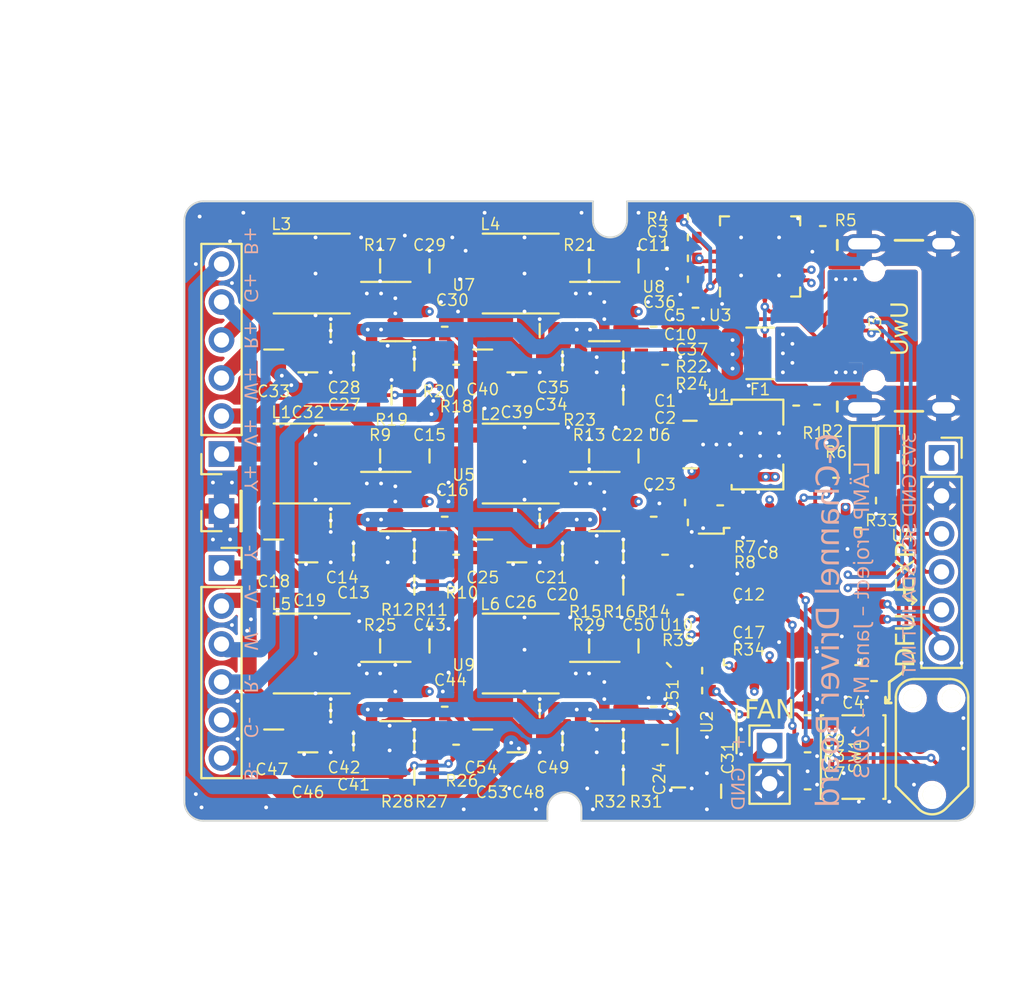
<source format=kicad_pcb>
(kicad_pcb (version 20221018) (generator pcbnew)
  (layers (0 "F.Cu" signal) (1 "In1.Cu" signal) (2 "In2.Cu" signal) (31 "B.Cu" signal) (34 "B.Paste" user) (35 "F.Paste" user) (36 "B.SilkS" user "B.Silkscreen") (37 "F.SilkS" user "F.Silkscreen") (38 "B.Mask" user) (39 "F.Mask" user) (44 "Edge.Cuts" user))
  (net 0 "")
  (net 1 "Y+")
  (net 2 "V+")
  (net 3 "W+")
  (net 4 "R+")
  (net 5 "G+")
  (net 6 "B+")
  (net 7 "VBUS")
  (net 8 "GND")
  (net 9 "+3V3")
  (net 10 "Net-(U3-VREG_1V2)")
  (net 11 "Net-(U3-VREG_2V7)")
  (net 12 "nRST")
  (net 13 "Net-(U4-PA0)")
  (net 14 "Net-(U5-BOOT)")
  (net 15 "Net-(C15-Pad2)")
  (net 16 "Net-(U5-FB)")
  (net 17 "Net-(U6-BOOT)")
  (net 18 "Net-(C22-Pad2)")
  (net 19 "Net-(U6-FB)")
  (net 20 "B-")
  (net 21 "G-")
  (net 22 "R-")
  (net 23 "W-")
  (net 24 "V-")
  (net 25 "Y-")
  (net 26 "Net-(U7-BOOT)")
  (net 27 "Net-(C29-Pad2)")
  (net 28 "Net-(U7-FB)")
  (net 29 "Net-(U8-BOOT)")
  (net 30 "Net-(C36-Pad2)")
  (net 31 "Net-(U8-FB)")
  (net 32 "Net-(U9-BOOT)")
  (net 33 "Net-(C43-Pad2)")
  (net 34 "Net-(U9-FB)")
  (net 35 "Net-(U10-BOOT)")
  (net 36 "Net-(C50-Pad2)")
  (net 37 "Net-(U10-FB)")
  (net 38 "LED2")
  (net 39 "Net-(F1-Pad1)")
  (net 40 "Net-(D1-A)")
  (net 41 "D+")
  (net 42 "D-")
  (net 43 "Net-(D2-A)")
  (net 44 "Net-(J3-CC1)")
  (net 46 "Net-(J3-CC2)")
  (net 48 "Net-(U5-SW)")
  (net 49 "Net-(U6-SW)")
  (net 50 "Net-(U7-SW)")
  (net 51 "Net-(U8-SW)")
  (net 52 "SWDIO")
  (net 53 "SWCLK")
  (net 54 "Net-(U9-SW)")
  (net 55 "CC1")
  (net 56 "CC2")
  (net 57 "Net-(U10-SW)")
  (net 59 "Net-(U4-PB8-BOOT0)")
  (net 60 "LED1")
  (net 61 "Net-(R11-Pad1)")
  (net 62 "Net-(R15-Pad1)")
  (net 63 "Net-(R19-Pad1)")
  (net 64 "Net-(R23-Pad1)")
  (net 65 "Net-(R27-Pad1)")
  (net 66 "Net-(R31-Pad1)")
  (net 67 "Net-(U3-VBUS_VS_DISCH)")
  (net 68 "SCL")
  (net 69 "SDA")
  (net 70 "Net-(U3-RESET)")
  (net 76 "INT_STUSB")
  (net 78 "PWM_R")
  (net 79 "PWM_G")
  (net 80 "PWM_B")
  (net 81 "PWM_W")
  (net 82 "PWM_V")
  (net 84 "PWM_Y")
  (net 87 "INT1")
  (net 88 "INT2")
  (net 91 "TEMP")
  (net 92 "+12V")
  (footprint "otter:USB-C 16Pin" (layer "F.Cu") (at 128.165 65.25 90)
    (fp_text reference "J3")
    (fp_text value "USB_C")
  )
  (footprint "otter:C_0402" (layer "F.Cu") (at 129.6 83.95 -90)
    (fp_text reference "C4")
    (fp_text value "100n" hide)
  )
  (footprint "otter:PinSocket_1x06_P2.00mm_Vertical_center" (layer "F.Cu") (at 95.25 67 180)
    (fp_text reference "J1" hide)
    (fp_text value "Pos")
  )
  (footprint "otter:R_0805" (layer "F.Cu") (at 104.2 68.9 180)
    (fp_text reference "R19")
    (fp_text value "0" hide)
  )
  (footprint "Package_TO_SOT_SMD:SOT-89-3" (layer "F.Cu") (at 123.1625 71.5)
    (fp_text reference "U1")
    (fp_text value "AP2204R-3.3")
  )
  (footprint "otter:PinSocket_1x06_P2.00mm_Vertical_center" (layer "F.Cu") (at 133.15 77.2)
    (fp_text reference "J4" hide)
    (fp_text value "TOUCH")
  )
  (footprint "otter:C_0603" (layer "F.Cu") (at 119.3 89.55 -90)
    (fp_text reference "C24")
    (fp_text value "4u7" hide)
  )
  (footprint "otter:C_0603" (layer "F.Cu") (at 112 85.5)
    (fp_text reference "C49")
    (fp_text value "100n" hide)
  )
  (footprint "otter:C_0603" (layer "F.Cu") (at 117.2 62.1 180)
    (fp_text reference "C36")
    (fp_text value "100n" hide)
  )
  (footprint "otter:C_0603" (layer "F.Cu") (at 106.2 72.1 180)
    (fp_text reference "C15")
    (fp_text value "100n" hide)
  )
  (footprint "otter:R_0603" (layer "F.Cu") (at 103.6 82.1 180)
    (fp_text reference "R25")
    (fp_text value "0" hide)
  )
  (footprint "otter:R_0805" (layer "F.Cu") (at 105.4 67.1)
    (fp_text reference "R20")
    (fp_text value "0" hide)
  )
  (footprint "otter:R_0402" (layer "F.Cu") (at 126.6 69.4 -90)
    (fp_text reference "R2")
    (fp_text value "DNP" hide)
  )
  (footprint "Package_TO_SOT_SMD:SOT-23" (layer "F.Cu") (at 120.8 87.1 -90)
    (fp_text reference "U2")
    (fp_text value "LM3480-12")
  )
  (footprint "otter:TC2030" (layer "F.Cu") (at 132.65 87.4 90)
    (fp_text reference "P1" hide)
    (fp_text value "TC2030" hide)
  )
  (footprint "otter:C_0402" (layer "F.Cu") (at 119.4 79.4 -90)
    (fp_text reference "C12")
    (fp_text value "100n" hide)
  )
  (footprint "Package_TO_SOT_SMD:SOT-23-6" (layer "F.Cu") (at 115.4 74.5)
    (fp_text reference "U6")
    (fp_text value "TPS54201")
  )
  (footprint "Inductor_SMD:L_Taiyo-Yuden_MD-4040" (layer "F.Cu") (at 100 82.5 180)
    (fp_text reference "L5")
    (fp_text value "10u")
  )
  (footprint "otter:C_0805" (layer "F.Cu") (at 98 76.5 90)
    (fp_text reference "C18")
    (fp_text value "10u" hide)
  )
  (footprint "otter:C_0805" (layer "F.Cu") (at 99.8 77.7 90)
    (fp_text reference "C19")
    (fp_text value "10u" hide)
  )
  (footprint "otter:C_0805" (layer "F.Cu") (at 110.8 67.7 90)
    (fp_text reference "C39")
    (fp_text value "10u" hide)
  )
  (footprint "otter:R_0805" (layer "F.Cu") (at 105.4 88.9 180)
    (fp_text reference "R27")
    (fp_text value "0" hide)
  )
  (footprint "otter:R_0805" (layer "F.Cu") (at 116.4 68.9 180)
    (fp_text reference "R23")
    (fp_text value "0" hide)
  )
  (footprint "Inductor_SMD:L_Taiyo-Yuden_MD-4040" (layer "F.Cu") (at 111 72.5 180)
    (fp_text reference "L2")
    (fp_text value "10u")
  )
  (footprint "otter:R_0402" (layer "F.Cu") (at 118.6 77.3 -90)
    (fp_text reference "R14")
    (fp_text value "0" hide)
  )
  (footprint "otter:R_0603" (layer "F.Cu") (at 114.6 62.1 180)
    (fp_text reference "R21")
    (fp_text value "0" hide)
  )
  (footprint "otter:R_0603" (layer "F.Cu") (at 114.6 82.1 180)
    (fp_text reference "R29")
    (fp_text value "0" hide)
  )
  (footprint "otter:R_0805" (layer "F.Cu") (at 105.4 87.1)
    (fp_text reference "R28")
    (fp_text value "0" hide)
  )
  (footprint "otter:C_0805" (layer "F.Cu") (at 109 76.5 90)
    (fp_text reference "C25")
    (fp_text value "10u" hide)
  )
  (footprint "otter:C_0805" (layer "F.Cu") (at 102.2 87.1)
    (fp_text reference "C41")
    (fp_text value "10u" hide)
  )
  (footprint "otter:C_0402" (layer "F.Cu") (at 118 75.3 -90)
    (fp_text reference "C23")
    (fp_text value "82n" hide)
  )
  (footprint "otter:C_0402" (layer "F.Cu") (at 119.8 62.8 180)
    (fp_text reference "C5")
    (fp_text value "1u" hide)
  )
  (footprint "otter:R_0402" (layer "F.Cu") (at 119.8 75.6)
    (fp_text reference "R8")
    (fp_text value "5k1" hide)
  )
  (footprint "otter:C_0805" (layer "F.Cu") (at 110.8 77.7 90)
    (fp_text reference "C26")
    (fp_text value "10u" hide)
  )
  (footprint "Inductor_SMD:L_Taiyo-Yuden_MD-4040" (layer "F.Cu") (at 100 62.5 180)
    (fp_text reference "L3")
    (fp_text value "10u")
  )
  (footprint "otter:C_0603" (layer "F.Cu") (at 121.55 89.75 180)
    (fp_text reference "C31")
    (fp_text value "4u7" hide)
  )
  (footprint "otter:R_0402" (layer "F.Cu") (at 129.7 74.45 180)
    (fp_text reference "R33")
    (fp_text value "5k1" hide)
  )
  (footprint "otter:C_0603" (layer "F.Cu") (at 106.2 82.1 180)
    (fp_text reference "C43")
    (fp_text value "100n" hide)
  )
  (footprint "otter:C_0402" (layer "F.Cu") (at 118 65.3 -90)
    (fp_text reference "C37")
    (fp_text value "82n" hide)
  )
  (footprint "otter:R_0402" (layer "F.Cu") (at 107.6 67.3 -90)
    (fp_text reference "R18")
    (fp_text value "0" hide)
  )
  (footprint "Inductor_SMD:L_Taiyo-Yuden_MD-4040" (layer "F.Cu") (at 111 62.5 180)
    (fp_text reference "L4")
    (fp_text value "10u")
  )
  (footprint "otter:R_0402" (layer "F.Cu") (at 118.6 67.3 -90)
    (fp_text reference "R22")
    (fp_text value "0" hide)
  )
  (footprint "Button_Switch_SMD:SW_SPST_PTS810" (layer "F.Cu") (at 128.5 87.95 -90)
    (fp_text reference "SW1")
    (fp_text value "DFU")
  )
  (footprint "otter:C_0805" (layer "F.Cu") (at 102.2 67.1)
    (fp_text reference "C27")
    (fp_text value "10u" hide)
  )
  (footprint "Inductor_SMD:L_Taiyo-Yuden_MD-4040" (layer "F.Cu") (at 111 82.5 180)
    (fp_text reference "L6")
    (fp_text value "10u")
  )
  (footprint "otter:C_0805" (layer "F.Cu") (at 99.8 87.7 90)
    (fp_text reference "C46")
    (fp_text value "10u" hide)
  )
  (footprint "otter:C_0805" (layer "F.Cu") (at 109 66.5 90)
    (fp_text reference "C40")
    (fp_text value "10u" hide)
  )
  (footprint "Package_QFP:LQFP-32_7x7mm_P0.8mm" (layer "F.Cu") (at 125.3 79.5)
    (fp_text reference "U4")
    (fp_text value "STM32G431xB")
  )
  (footprint "otter:C_0805" (layer "F.Cu") (at 98 86.5 90)
    (fp_text reference "C47")
    (fp_text value "10u" hide)
  )
  (footprint "otter:PinSocket_1x06_P2.00mm_Vertical_center" (layer "F.Cu") (at 95.25 83)
    (fp_text reference "J2" hide)
    (fp_text value "Neg")
  )
  (footprint "otter:R_0805" (layer "F.Cu") (at 105.4 78.9 180)
    (fp_text reference "R11")
    (fp_text value "0" hide)
  )
  (footprint "otter:C_0805" (layer "F.Cu") (at 102.2 77.1)
    (fp_text reference "C13")
    (fp_text value "10u" hide)
  )
  (footprint "otter:R_0805" (layer "F.Cu") (at 116.4 77.1)
    (fp_text reference "R16")
    (fp_text value "0" hide)
  )
  (footprint "otter:C_0603" (layer "F.Cu") (at 117.2 82.1 180)
    (fp_text reference "C50")
    (fp_text value "100n" hide)
  )
  (footprint "otter:C_0402" (layer "F.Cu") (at 107 65.3 -90)
    (fp_text reference "C30")
    (fp_text value "82n" hide)
  )
  (footprint "otter:R_0603" (layer "F.Cu") (at 114.6 72.1 180)
    (fp_text reference "R13")
    (fp_text value "0" hide)
  )
  (footprint "otter:R_0603" (layer "F.Cu") (at 103.6 62.1 180)
    (fp_text reference "R17")
    (fp_text value "0" hide)
  )
  (footprint "otter:R_0805" (layer "F.Cu") (at 116.4 78.9 180)
    (fp_text reference "R15")
    (fp_text value "0" hide)
  )
  (footprint "Package_TO_SOT_SMD:SOT-23-6" (layer "F.Cu") (at 104.4 64.5)
    (fp_text reference "U7")
    (fp_text value "TPS54201")
  )
  (footprint "otter:LED_0603_1608Metric" (layer "F.Cu") (at 130.5 72.2 -90)
    (fp_text reference "D2" hide)
    (fp_text value "LED")
  )
  (footprint "Package_TO_SOT_SMD:SOT-23-6" (layer "F.Cu") (at 104.4 74.5)
    (fp_text reference "U5")
    (fp_text value "TPS54201")
  )
  (footprint "otter:R_0805" (layer "F.Cu") (at 105.4 77.1)
    (fp_text reference "R12")
    (fp_text value "0" hide)
  )
  (footprint "Connector_PinHeader_2.00mm:PinHeader_1x01_P2.00mm_Vertical" (layer "F.Cu") (at 95.25 75 90)
    (fp_text reference "J6" hide)
    (fp_text value "Mech")
  )
  (footprint "otter:R_0402" (layer "F.Cu") (at 126.1 87.7 -90)
    (fp_text reference "R3")
    (fp_text value "5k1" hide)
  )
  (footprint "otter:C_0402" (layer "F.Cu") (at 121.5 74.7 90)
    (fp_text reference "C8")
    (fp_text value "100n" hide)
  )
  (footprint "otter:C_0402" (layer "F.Cu") (at 119.8 60.6 180)
    (fp_text reference "C3")
    (fp_text value "1u" hide)
  )
  (footprint "otter:C_0603" (layer "F.Cu") (at 112 65.5)
    (fp_text reference "C35")
    (fp_text value "100n" hide)
  )
  (footprint "otter:R_0402" (layer "F.Cu") (at 118.6 87.3 -90)
    (fp_text reference "R30" hide)
    (fp_text value "0" hide)
  )
  (footprint "otter:R_0402" (layer "F.Cu") (at 107.6 87.3 -90)
    (fp_text reference "R26")
    (fp_text value "0" hide)
  )
  (footprint "Inductor_SMD:L_Taiyo-Yuden_MD-4040" (layer "F.Cu") (at 100 72.5 180)
    (fp_text reference "L1")
    (fp_text value "10u")
  )
  (footprint "otter:C_0603" (layer "F.Cu") (at 101 75.5)
    (fp_text reference "C14")
    (fp_text value "100n" hide)
  )
  (footprint "otter:R_0402" (layer "F.Cu") (at 118.8 83.1 45)
    (fp_text reference "R35")
    (fp_text value "5k1" hide)
  )
  (footprint "otter:C_0603" (layer "F.Cu") (at 101 85.5)
    (fp_text reference "C42")
    (fp_text value "100n" hide)
  )
  (footprint "Resistor_SMD:R_1210_3225Metric" (layer "F.Cu") (at 123.6 66.7 180)
    (fp_text reference "F1")
    (fp_text value "5000mA")
  )
  (footprint "otter:R_0805" (layer "F.Cu") (at 116.4 88.9 180)
    (fp_text reference "R31")
    (fp_text value "0" hide)
  )
  (footprint "otter:C_0402" (layer "F.Cu") (at 107 75.3 -90)
    (fp_text reference "C16")
    (fp_text value "82n" hide)
  )
  (footprint "otter:C_0402" (layer "F.Cu") (at 107 85.3 -90)
    (fp_text reference "C44")
    (fp_text value "82n" hide)
  )
  (footprint "otter:C_0603" (layer "F.Cu") (at 117.2 72.1 180)
    (fp_text reference "C22")
    (fp_text value "100n" hide)
  )
  (footprint "Connector_PinHeader_2.00mm:PinHeader_1x02_P2.00mm_Vertical" (layer "F.Cu") (at 124.1 87.35)
    (fp_text reference "J5" hide)
    (fp_text value "onlyFans")
  )
  (footprint "otter:C_0402" (layer "F.Cu") (at 126.1 85.75 90)
    (fp_text reference "C9")
    (fp_text value "100n" hide)
  )
  (footprint "otter:R_0402" (layer "F.Cu") (at 119.65 74.55)
    (fp_text reference "R7")
    (fp_text value "DNP" hide)
  )
  (footprint "otter:LED_0603_1608Metric" (layer "F.Cu") (at 129 72.2 -90)
    (fp_text reference "D1" hide)
    (fp_text value "LED")
  )
  (footprint "otter:R_0402" (layer "F.Cu") (at 119.8 59.5 180)
    (fp_text reference "R4")
    (fp_text value "5k1" hide)
  )
  (footprint "otter:C_0805" (layer "F.Cu") (at 109 86.5 90)
    (fp_text reference "C54")
    (fp_text value "10u" hide)
  )
  (footprint "Package_TO_SOT_SMD:SOT-23-6" (layer "F.Cu") (at 115.4 84.5)
    (fp_text reference "U10")
    (fp_text value "TPS54201")
  )
  (footprint "otter:C_0402" (layer "F.Cu") (at 120.55 83.4 180)
    (fp_text reference "C17")
    (fp_text value "100n" hide)
  )
  (footprint "otter:R_0805" (layer "F.Cu") (at 116.4 87.1)
    (fp_text reference "R32")
    (fp_text value "0" hide)
  )
  (footprint "otter:C_0805" (layer "F.Cu") (at 113.2 77.1)
    (fp_text reference "C20")
    (fp_text value "10u" hide)
  )
  (footprint "otter:R_0402" (layer "F.Cu") (at 120.55 84.45 180)
    (fp_text reference "R34")
    (fp_text value "10k NTC" hide)
  )
  (footprint "otter:R_0402" (layer "F.Cu") (at 125.5 69.45 -90)
    (fp_text reference "R1")
    (fp_text value "DNP" hide)
  )
  (footprint "Package_DFN_QFN:QFN-24-1EP_4x4mm_P0.5mm_EP2.7x2.7mm" (layer "F.Cu") (at 123.6 61.6 90)
    (fp_text reference "U3")
    (fp_text value "STUSB4500")
  )
  (footprint "otter:C_0805" (layer "F.Cu") (at 113.2 87.1)
    (fp_text reference "C48")
    (fp_text value "10u" hide)
  )
  (footprint "otter:C_0805" (layer "F.Cu") (at 98 66.5 90)
    (fp_text reference "C33")
    (fp_text value "10u" hide)
  )
  (footprint "otter:C_0603" (layer "F.Cu") (at 119.9125 70.25 -90)
    (fp_text reference "C1")
    (fp_text value "4u7" hide)
  )
  (footprint "otter:C_0805" (layer "F.Cu") (at 113.2 67.100001)
    (fp_text reference "C34")
    (fp_text value "10u" hide)
  )
  (footprint "otter:R_0603" (layer "F.Cu") (at 103.6 72.1 180)
    (fp_text reference "R9")
    (fp_text value "0" hide)
  )
  (footprint "otter:R_0402" (layer "F.Cu") (at 126.9 60 -90)
    (fp_text reference "R5")
    (fp_text value "5k1" hide)
  )
  (footprint "otter:C_0603" (layer "F.Cu") (at 101 65.5)
    (fp_text reference "C28")
    (fp_text value "100n" hide)
  )
  (footprint "otter:C_0603" (layer "F.Cu") (at 119.9125 72.75 90)
    (fp_text reference "C2")
    (fp_text value "4u7" hide)
  )
  (footprint "otter:C_0805" (layer "F.Cu") (at 99.8 67.7 90)
    (fp_text reference "C32")
    (fp_text value "10u" hide)
  )
  (footprint "otter:R_0402" (layer "F.Cu") (at 127.6 73.25 90)
    (fp_text reference "R6")
    (fp_text value "5k1" hide)
  )
  (footprint "otter:C_0402" (layer "F.Cu") (at 119.8 61.7 180)
    (fp_text reference "C11")
    (fp_text value "100n" hide)
  )
  (footprint "otter:C_0603" (layer "F.Cu") (at 112 75.5)
    (fp_text reference "C21")
    (fp_text value "100n" hide)
  )
  (footprint "otter:C_0603" (layer "F.Cu") (at 106.2 62.1 180)
    (fp_text reference "C29")
    (fp_text value "100n" hide)
  )
  (footprint "otter:R_0805" (layer "F.Cu") (at 116.4 67.1)
    (fp_text reference "R24")
    (fp_text value "0" hide)
  )
  (footprint "otter:C_0402" (layer "F.Cu") (at 118 85.3 -90)
    (fp_text reference "C51")
    (fp_text value "82n" hide)
  )
  (footprint "Package_TO_SOT_SMD:SOT-23-6" (layer "F.Cu") (at 104.4 84.5)
    (fp_text reference "U9")
    (fp_text value "TPS54201")
  )
  (footprint "otter:C_0402" (layer "F.Cu") (at 126.1 89.65 -90)
    (fp_text reference "C7")
    (fp_text value "100n" hide)
  )
  (footprint "otter:R_0402" (layer "F.Cu") (at 107.6 77.3 -90)
    (fp_text reference "R10")
    (fp_text value "0" hide)
  )
  (footprint "otter:C_0402" (layer "F.Cu") (at 120.2 64.3 -90)
    (fp_text reference "C10")
    (fp_text value "100n" hide)
  )
  (footprint "Package_TO_SOT_SMD:SOT-23-6" (layer "F.Cu") (at 115.4 64.5)
    (fp_text reference "U8")
    (fp_text value "TPS54201")
  )
  (footprint "otter:C_0805" (layer "F.Cu") (at 110.8 87.7 90)
    (fp_text reference "C53")
    (fp_text value "10u" hide)
  )
  (gr_line (start 130.2 85.1) (end 130.2 84.8) (stroke (width 0.15)) (layer "F.SilkS"))
  (gr_line (start 130.2 84.9) (end 130.4 85.1) (stroke (width 0.15)) (layer "F.SilkS"))
  (gr_line (start 130.4 84.9) (end 130.4 84) (stroke (width 0.15)) (layer "F.SilkS"))
  (gr_line (start 131.4 79.7) (end 131.8 79.7) (stroke (width 0.15)) (layer "F.SilkS"))
  (gr_line (start 131.2 79.2) (end 131.2 79.5) (stroke (width 0.15)) (layer "F.SilkS"))
  (gr_line (start 130.4 84.9) (end 130.2 85.1) (stroke (width 0.15)) (layer "F.SilkS"))
  (gr_line (start 131.8 79.7) (end 131.6 79.5) (stroke (width 0.15)) (layer "F.SilkS"))
  (gr_line (start 130.5 85.1) (end 130.2 85.1) (stroke (width 0.15)) (layer "F.SilkS"))
  (gr_line (start 130.4 84) (end 131.1 83.5) (stroke (width 0.15)) (layer "F.SilkS"))
  (gr_line (start 131.2 79.5) (end 131.4 79.7) (stroke (width 0.15)) (layer "F.SilkS"))
  (gr_line (start 131.6 79.9) (end 131.8 79.7) (stroke (width 0.15)) (layer "F.SilkS"))
  (gr_line (start 131.65 79.55) (end 131.65 79.85) (stroke (width 0.15)) (layer "F.SilkS"))
  (gr_line (start 131.1 83.5) (end 131.2 83.2) (stroke (width 0.15)) (layer "F.SilkS"))
  (gr_line (start 134.9 59.7) (end 134.9 90.3) (stroke (width 0.1)) (layer "Edge.Cuts"))
  (gr_line (start 94.3 91.3) (end 112.4 91.3) (stroke (width 0.1)) (layer "Edge.Cuts"))
  (gr_arc (start 112.4 90.7) (mid 113.3 89.8) (end 114.2 90.7) (stroke (width 0.1)) (layer "Edge.Cuts"))
  (gr_arc (start 94.3 91.3) (mid 93.592893 91.007107) (end 93.3 90.3) (stroke (width 0.1)) (layer "Edge.Cuts"))
  (gr_line (start 112.4 90.7) (end 112.4 91.3) (stroke (width 0.1)) (layer "Edge.Cuts"))
  (gr_line (start 93.3 59.7) (end 93.3 90.3) (stroke (width 0.1)) (layer "Edge.Cuts"))
  (gr_line (start 116.6 59.7) (end 116.6 58.7) (stroke (width 0.1)) (layer "Edge.Cuts"))
  (gr_line (start 133.9 58.7) (end 116.6 58.7) (stroke (width 0.1)) (layer "Edge.Cuts"))
  (gr_line (start 114.8 59.7) (end 114.8 58.7) (stroke (width 0.1)) (layer "Edge.Cuts"))
  (gr_line (start 133.9 91.3) (end 114.2 91.3) (stroke (width 0.1)) (layer "Edge.Cuts"))
  (gr_arc (start 134.9 90.3) (mid 134.607107 91.007107) (end 133.9 91.3) (stroke (width 0.1)) (layer "Edge.Cuts"))
  (gr_line (start 114.2 90.7) (end 114.2 91.3) (stroke (width 0.1)) (layer "Edge.Cuts"))
  (gr_line (start 94.3 58.7) (end 114.8 58.7) (stroke (width 0.1)) (layer "Edge.Cuts"))
  (gr_arc (start 133.9 58.7) (mid 134.607107 58.992893) (end 134.9 59.7) (stroke (width 0.1)) (layer "Edge.Cuts"))
  (gr_arc (start 93.3 59.7) (mid 93.592893 58.992893) (end 94.3 58.7) (stroke (width 0.1)) (layer "Edge.Cuts"))
  (gr_arc (start 116.6 59.7) (mid 115.7 60.6) (end 114.8 59.7) (stroke (width 0.1)) (layer "Edge.Cuts"))
  (gr_text "LÄMP Project – Jana M. – 2023" (at 129.000001 80.75 90) (layer "B.SilkS") (effects (font (size 0.8 0.8) (thickness 0.12)) (justify mirror)))
  (gr_text "+   GND" (at 122.5 88.75 90) (layer "B.SilkS") (effects (font (size 0.7 0.7) (thickness 0.12)) (justify mirror)))
  (gr_text "Y+   V+   W+   R+   G+   B+" (at 96.75 67 270) (layer "B.SilkS") (effects (font (size 0.7 0.7) (thickness 0.12)) (justify mirror)))
  (gr_text "3V3 GND SCL SDA INT INT" (at 131.5 77.25 90) (layer "B.SilkS") (effects (font (size 0.7 0.7) (thickness 0.12)) (justify mirror)))
  (gr_text "6-Channel Driver Board" (at 127.25 80.75 90) (layer "B.SilkS") (effects (font (size 1.2 1.2) (thickness 0.12)) (justify mirror)))
  (gr_text "B-    G-    R-    W-    V-    Y-" (at 96.75 83 270) (layer "B.SilkS") (effects (font (size 0.7 0.7) (thickness 0.12)) (justify mirror)))
  (gr_text "EXP" (at 131.3 78 90) (layer "F.SilkS") (effects (font (size 1 1))))
  (gr_text "UwU" (at 131 65.4 90) (layer "F.SilkS") (effects (font (size 0.9 0.9))))
  (gr_text "FAN" (at 124.1 85.5) (layer "F.SilkS") (effects (font (size 1 1))))
  (gr_text "DFU" (at 131.3 81.8 90) (layer "F.SilkS") (effects (font (size 1 1))))
  (segment (start 95.25 72) (end 98.1 72) (width 0.8) (layer "F.Cu") (net 1))
  (segment (start 98.1 72) (end 98.6 72.5) (width 0.8) (layer "F.Cu") (net 1))
  (segment (start 109.6 71.6) (end 109 71) (width 0.8) (layer "F.Cu") (net 2))
  (segment (start 109.6 72.5) (end 109.6 71.6) (width 0.8) (layer "F.Cu") (net 2))
  (segment (start 109 71) (end 103.3 71) (width 0.8) (layer "F.Cu") (net 2))
  (segment (start 102.05 69.75) (end 97.55 69.75) (width 0.8) (layer "F.Cu") (net 2))
  (segment (start 97.3 70) (end 95.25 70) (width 0.8) (layer "F.Cu") (net 2))
  (segment (start 103.3 71) (end 102.05 69.75) (width 0.8) (layer "F.Cu") (net 2))
  (segment (start 97.55 69.75) (end 97.3 70) (width 0.8) (layer "F.Cu") (net 2))
  (segment (start 97.7 65.55) (end 95.25 68) (width 0.8) (layer "F.Cu") (net 3))
  (segment (start 98 65.55) (end 97.7 65.55) (width 0.8) (layer "F.Cu") (net 3))
  (segment (start 97.6 59.6) (end 107.8 59.6) (width 0.8) (layer "F.Cu") (net 4))
  (segment (start 107.8 59.6) (end 109.6 61.4) (width 0.8) (layer "F.Cu") (net 4))
  (segment (start 96.7 64.55) (end 96.7 60.5) (width 0.8) (layer "F.Cu") (net 4))
  (segment (start 96.7 60.5) (end 97.6 59.6) (width 0.8) (layer "F.Cu") (net 4))
  (segment (start 95.25 66) (end 96.7 64.55) (width 0.8) (layer "F.Cu") (net 4))
  (segment (start 109.6 61.4) (end 109.6 62.5) (width 0.8) (layer "F.Cu") (net 4))
  (segment (start 96.7 84.25) (end 96.7 80.7) (width 0.8) (layer "F.Cu") (net 5))
  (segment (start 98 85.55) (end 96.7 84.25) (width 0.8) (layer "F.Cu") (net 5))
  (via (at 96.6 81.3) (size 0.45) (drill 0.2) (layers "F.Cu" "B.Cu") (net 5))
  (via (at 96.8 80.7) (size 0.45) (drill 0.2) (layers "F.Cu" "B.Cu") (net 5))
  (segment (start 96.7 65.45) (end 96.7 80.7) (width 0.8) (layer "B.Cu") (net 5))
  (segment (start 96.7 80.7) (end 96.7 81.3) (width 0.8) (layer "B.Cu") (net 5))
  (segment (start 95.25 64) (end 96.7 65.45) (width 0.8) (layer "B.Cu") (net 5))
  (segment (start 110.5 87.2) (end 110.6 87.2) (width 0.8) (layer "F.Cu") (net 6))
  (segment (start 110.6 87.2) (end 110.9 87.5) (width 0.8) (layer "F.Cu") (net 6))
  (segment (start 110.9 86.85) (end 110.8 86.75) (width 0.8) (layer "F.Cu") (net 6))
  (segment (start 110.9 87.5) (end 110.9 86.85) (width 0.8) (layer "F.Cu") (net 6))
  (via (at 110.9 87.5) (size 0.45) (drill 0.2) (layers "F.Cu" "B.Cu") (net 6))
  (via (at 110.5 87.2) (size 0.45) (drill 0.2) (layers "F.Cu" "B.Cu") (net 6))
  (segment (start 110.5 87.2) (end 110.5 87.6) (width 0.8) (layer "B.Cu") (net 6))
  (segment (start 110.6 87.5) (end 110.5 87.6) (width 0.8) (layer "B.Cu") (net 6))
  (segment (start 108.6 89.5) (end 94.8 89.5) (width 0.8) (layer "B.Cu") (net 6))
  (segment (start 94.8 89.5) (end 93.9 88.6) (width 0.8) (layer "B.Cu") (net 6))
  (segment (start 110.5 87.6) (end 108.6 89.5) (width 0.8) (layer "B.Cu") (net 6))
  (segment (start 110.9 87.5) (end 110.6 87.5) (width 0.8) (layer "B.Cu") (net 6))
  (segment (start 93.9 88.6) (end 93.9 63.35) (width 0.8) (layer "B.Cu") (net 6))
  (segment (start 93.9 63.35) (end 95.25 62) (width 0.8) (layer "B.Cu") (net 6))
  (segment (start 112.8 65.45) (end 112.75 65.5) (width 0.6) (layer "F.Cu") (net 7))
  (segment (start 122.15 66) (end 122.15 65.57) (width 0.2) (layer "F.Cu") (net 7))
  (segment (start 101.8 75.45) (end 101.75 75.5) (width 0.6) (layer "F.Cu") (net 7))
  (segment (start 103.15 85.5625) (end 103.2625 85.45) (width 0.6) (layer "F.Cu") (net 7))
  (segment (start 120.32 63.83) (end 120.2 63.83) (width 0.2) (layer "F.Cu") (net 7))
  (segment (start 101.8 85.45) (end 101.75 85.5) (width 0.6) (layer "F.Cu") (net 7))
  (segment (start 119.029621 70.382879) (end 119.9125 69.5) (width 0.2) (layer "F.Cu") (net 7))
  (segment (start 122.1375 69.2625) (end 122.1375 66.0125) (width 0.8) (layer "F.Cu") (net 7))
  (segment (start 122.1375 66.7375) (end 122.15 66.75) (width 0.2) (layer "F.Cu") (net 7))
  (segment (start 114.2625 65.45) (end 112.8 65.45) (width 0.6) (layer "F.Cu") (net 7))
  (segment (start 112.8 75.45) (end 112.75 75.5) (width 0.6) (layer "F.Cu") (net 7))
  (segment (start 114.15 67.100001) (end 114.15 65.5625) (width 0.6) (layer "F.Cu") (net 7))
  (segment (start 122.1375 69.375) (end 121.5125 70) (width 0.8) (layer "F.Cu") (net 7))
  (segment (start 103.15 87.1) (end 103.15 85.5625) (width 0.6) (layer "F.Cu") (net 7))
  (segment (start 122.1375 66.0125) (end 122.15 66) (width 0.8) (layer "F.Cu") (net 7))
  (segment (start 114.2625 85.45) (end 112.8 85.45) (width 0.6) (layer "F.Cu") (net 7))
  (segment (start 101.8 65.45) (end 101.75 65.5) (width 0.6) (layer "F.Cu") (net 7))
  (segment (start 114.15 75.5625) (end 114.2625 75.45) (width 0.6) (layer "F.Cu") (net 7))
  (segment (start 114.15 85.5625) (end 114.2625 85.45) (width 0.6) (layer "F.Cu") (net 7))
  (segment (start 121.6375 62.85) (end 121.3 62.85) (width 0.2) (layer "F.Cu") (net 7))
  (segment (start 122.1375 66.7) (end 122.1375 66.7375) (width 0.2) (layer "F.Cu") (net 7))
  (segment (start 114.15 65.5625) (end 114.2625 65.45) (width 0.6) (layer "F.Cu") (net 7))
  (segment (start 103.15 65.5625) (end 103.2625 65.45) (width 0.6) (layer "F.Cu") (net 7))
  (segment (start 112.8 85.45) (end 112.75 85.5) (width 0.6) (layer "F.Cu") (net 7))
  (segment (start 103.2625 85.45) (end 101.8 85.45) (width 0.6) (layer "F.Cu") (net 7))
  (segment (start 120.41 63.83) (end 120.2 63.83) (width 0.2) (layer "F.Cu") (net 7))
  (segment (start 119.18 74.55) (end 119.029621 74.399621) (width 0.2) (layer "F.Cu") (net 7))
  (segment (start 119.3625 86.1625) (end 118.9 85.7) (width 0.6) (layer "F.Cu") (net 7))
  (segment (start 114.2625 75.45) (end 112.8 75.45) (width 0.6) (layer "F.Cu") (net 7))
  (segment (start 114.15 87.1) (end 114.15 85.5625) (width 0.6) (layer "F.Cu") (net 7))
  (segment (start 119.595498 59.765498) (end 119.33 59.5) (width 0.2) (layer "F.Cu") (net 7))
  (segment (start 122.15 65.57) (end 120.41 63.83) (width 0.2) (layer "F.Cu") (net 7))
  (segment (start 119.85 88.25) (end 119.3 88.8) (width 0.6) (layer "F.Cu") (net 7))
  (segment (start 119.85 86.1625) (end 119.3625 86.1625) (width 0.6) (layer "F.Cu") (net 7))
  (segment (start 119.029621 74.399621) (end 119.029621 70.382879) (width 0.2) (layer "F.Cu") (net 7))
  (segment (start 120.4125 70) (end 119.9125 69.5) (width 0.6) (layer "F.Cu") (net 7))
  (segment (start 103.2625 65.45) (end 101.8 65.45) (width 0.6) (layer "F.Cu") (net 7))
  (segment (start 121.3 62.85) (end 120.32 63.83) (width 0.2) (layer "F.Cu") (net 7))
  (segment (start 103.15 77.1) (end 103.15 75.5625) (width 0.6) (layer "F.Cu") (net 7))
  (segment (start 114.15 77.1) (end 114.15 75.5625) (width 0.6) (layer "F.Cu") (net 7))
  (segment (start 121.5125 70) (end 120.4125 70) (width 0.6) (layer "F.Cu") (net 7))
  (segment (start 119.85 86.1625) (end 119.85 88.25) (width 0.6) (layer "F.Cu") (net 7))
  (segment (start 122.1375 69.2625) (end 122.1375 69.375) (width 0.8) (layer "F.Cu") (net 7))
  (segment (start 119.595498 59.8) (end 119.595498 59.765498) (width 0.2) (layer "F.Cu") (net 7))
  (segment (start 103.15 67.1) (end 103.15 65.5625) (width 0.6) (layer "F.Cu") (net 7))
  (segment (start 103.15 75.5625) (end 103.2625 75.45) (width 0.6) (layer "F.Cu") (net 7))
  (segment (start 103.2625 75.45) (end 101.8 75.45) (width 0.6) (layer "F.Cu") (net 7))
  (via (at 102.95 65.45) (size 0.45) (drill 0.2) (layers "F.Cu" "B.Cu") (net 7))
  (via (at 120.975 63.175) (size 0.45) (drill 0.2) (layers "F.Cu" "B.Cu") (net 7))
  (via (at 113.95 85.45) (size 0.45) (drill 0.2) (layers "F.Cu" "B.Cu") (net 7))
  (via (at 113.95 65.45) (size 0.45) (drill 0.2) (layers "F.Cu" "B.Cu") (net 7))
  (via (at 119.595498 59.8) (size 0.45) (drill 0.2) (layers "F.Cu" "B.Cu") (net 7))
  (via (at 103.65 75.45) (size 0.45) (drill 0.2) (layers "F.Cu" "B.Cu") (net 7))
  (via (at 102.95 85.45) (size 0.45) (drill 0.2) (layers "F.Cu" "B.Cu") (net 7))
  (via (at 114.65 65.45) (size 0.45) (drill 0.2) (layers "F.Cu" "B.Cu") (net 7))
  (via (at 122.15 66.75) (size 0.45) (drill 0.2) (layers "F.Cu" "B.Cu") (net 7))
  (via (at 113.95 75.45) (size 0.45) (drill 0.2) (layers "F.Cu" "B.Cu") (net 7))
  (via (at 102.95 75.45) (size 0.45) (drill 0.2) (layers "F.Cu" "B.Cu") (net 7))
  (via (at 103.65 65.45) (size 0.45) (drill 0.2) (layers "F.Cu" "B.Cu") (net 7))
  (via (at 122.15 67.5) (size 0.45) (drill 0.2) (layers "F.Cu" "B.Cu") (net 7))
  (via (at 114.65 85.45) (size 0.45) (drill 0.2) (layers "F.Cu" "B.Cu") (net 7))
  (via (at 114.65 75.45) (size 0.45) (drill 0.2) (layers "F.Cu" "B.Cu") (net 7))
  (via (at 122.15 66) (size 0.45) (drill 0.2) (layers "F.Cu" "B.Cu") (net 7))
  (via (at 118.9 85.7) (size 0.45) (drill 0.2) (layers "F.Cu" "B.Cu") (net 7))
  (via (at 103.65 85.45) (size 0.45) (drill 0.2) (layers "F.Cu" "B.Cu") (net 7))
  (segment (start 108.1 65.6) (end 108.25 65.45) (width 0.8) (layer "B.Cu") (net 7))
  (segment (start 113.25 75.45) (end 112.35 76.35) (width 0.8) (layer "B.Cu") (net 7))
  (segment (start 111.6 76.35) (end 110.7 75.45) (width 0.8) (layer "B.Cu") (net 7))
  (segment (start 110.7 75.45) (end 102.95 75.45) (width 0.8) (layer "B.Cu") (net 7))
  (segment (start 108.25 65.45) (end 108.5 65.45) (width 0.8) (layer "B.Cu") (net 7))
  (segment (start 120.625 65.825) (end 121.2625 65.825) (width 0.8) (layer "B.Cu") (net 7))
  (segment (start 111.65 66.35) (end 110.75 65.45) (width 0.8) (layer "B.Cu") (net 7))
  (segment (start 121.4375 66) (end 121.2625 65.825) (width 0.8) (layer "B.Cu") (net 7))
  (segment (start 121.2625 65.825) (end 122.1375 66.7) (width 0.8) (layer "B.Cu") (net 7))
  (segment (start 120.975 63.175) (end 120.975 61.179502) (width 0.2) (layer "B.Cu") (net 7))
  (segment (start 122.15 67.5) (end 120.625 65.975) (width 0.8) (layer "B.Cu") (net 7))
  (segment (start 113.775 65.825) (end 120.625 65.825) (width 0.8) (layer "B.Cu") (net 7))
  (segment (start 120.625 65.975) (end 120.625 65.825) (width 0.8) (layer "B.Cu") (net 7))
  (segment (start 108.5 85.45) (end 108.1 85.05) (width 0.8) (layer "B.Cu") (net 7))
  (segment (start 109.1 65.45) (end 108.5 65.45) (width 0.8) (layer "B.Cu") (net 7))
  (segment (start 110.75 85.45) (end 107.5 85.45) (width 0.8) (layer "B.Cu") (net 7))
  (segment (start 118.9 85.7) (end 114.9 85.7) (width 0.6) (layer "B.Cu") (net 7))
  (segment (start 114.65 75.45) (end 113.25 75.45) (width 0.8) (layer "B.Cu") (net 7))
  (segment (start 122.15 66) (end 121.4375 66) (width 0.8) (layer "B.Cu") (net 7))
  (segment (start 113.25 85.45) (end 112.35 86.35) (width 0.8) (layer "B.Cu") (net 7))
  (segment (start 112.35 86.35) (end 111.65 86.35) (width 0.8) (layer "B.Cu") (net 7))
  (segment (start 114.65 85.45) (end 113.25 85.45) (width 0.8) (layer "B.Cu") (net 7))
  (segment (start 114.5 66) (end 113.95 65.45) (width 0.8) (layer "B.Cu") (net 7))
  (segment (start 112.875 65.825) (end 113.775 65.825) (width 0.8) (layer "B.Cu") (net 7))
  (segment (start 108.5 65.45) (end 102.95 65.45) (width 0.8) (layer "B.Cu") (net 7))
  (segment (start 112.35 66.35) (end 111.65 66.35) (width 0.8) (layer "B.Cu") (net 7))
  (segment (start 112.875 65.825) (end 112.35 66.35) (width 0.8) (layer "B.Cu") (net 7))
  (segment (start 120.8 66) (end 114.5 66) (width 0.8) (layer "B.Cu") (net 7))
  (segment (start 108.5 85.45) (end 102.95 85.45) (width 0.8) (layer "B.Cu") (net 7))
  (segment (start 109.1 65.45) (end 107.5 65.45) (width 0.8) (layer "B.Cu") (net 7))
  (segment (start 114.65 65.45) (end 113.25 65.45) (width 0.8) (layer "B.Cu") (net 7))
  (segment (start 114.9 85.7) (end 114.65 85.45) (width 0.6) (layer "B.Cu") (net 7))
  (segment (start 110.75 65.45) (end 109.1 65.45) (width 0.8) (layer "B.Cu") (net 7))
  (segment (start 113.25 65.45) (end 112.875 65.825) (width 0.8) (layer "B.Cu") (net 7))
  (segment (start 112.35 76.35) (end 111.6 76.35) (width 0.8) (layer "B.Cu") (net 7))
  (segment (start 108.1 85.05) (end 108.1 65.6) (width 0.8) (layer "B.Cu") (net 7))
  (segment (start 120.975 61.179502) (end 119.595498 59.8) (width 0.2) (layer "B.Cu") (net 7))
  (segment (start 111.65 86.35) (end 110.75 85.45) (width 0.8) (layer "B.Cu") (net 7))
  (segment (start 127.5 69.115) (end 127.5 71) (width 0.5) (layer "F.Cu") (net 8))
  (segment (start 120.8 88.0375) (end 120.8 88.8) (width 0.6) (layer "F.Cu") (net 8))
  (segment (start 128.115 68.605) (end 129.08 69.57) (width 0.5) (layer "F.Cu") (net 8))
  (segment (start 128.115 68.5) (end 128.115 68.605) (width 0.5) (layer "F.Cu") (net 8))
  (segment (start 125.5625 61.35) (end 123.85 61.35) (width 0.2) (layer "F.Cu") (net 8))
  (segment (start 123.85 61.35) (end 123.6 61.6) (width 0.2) (layer "F.Cu") (net 8))
  (segment (start 122.5 75.325) (end 122.5 74.53) (width 0.4) (layer "F.Cu") (net 8))
  (segment (start 120.8 88.8) (end 120.8 89.75) (width 0.6) (layer "F.Cu") (net 8))
  (segment (start 128.115 68.5) (end 127.5 69.115) (width 0.5) (layer "F.Cu") (net 8))
  (segment (start 128.115 61.895) (end 129.08 60.93) (width 0.5) (layer "F.Cu") (net 8))
  (segment (start 122.5 74.53) (end 122.2 74.23) (width 0.4) (layer "F.Cu") (net 8))
  (segment (start 127.5 71) (end 127.1 71.4) (width 0.5) (layer "F.Cu") (net 8))
  (segment (start 126.1 89.18) (end 126.1 88.17) (width 0.2) (layer "F.Cu") (net 8))
  (segment (start 122.2 74.23) (end 121.5 74.23) (width 0.4) (layer "F.Cu") (net 8))
  (segment (start 128.115 62) (end 128.115 61.895) (width 0.5) (layer "F.Cu") (net 8))
  (via (at 107.2 74.5) (size 0.45) (drill 0.2) (layers "F.Cu" "B.Cu") (net 8))
  (via (at 94.8 76.5) (size 0.45) (drill 0.2) (layers "F.Cu" "B.Cu") (net 8))
  (via (at 134.2 83) (size 0.45) (drill 0.2) (layers "F.Cu" "B.Cu") (net 8))
  (via (at 103.65 73.55) (size 0.45) (drill 0.2) (layers "F.Cu" "B.Cu") (net 8))
  (via (at 102.2 67.3) (size 0.45) (drill 0.2) (layers "F.Cu" "B.Cu") (net 8))
  (via (at 102.9 73.55) (size 0.45) (drill 0.2) (layers "F.Cu" "B.Cu") (net 8))
  (via (at 120.9 67.6) (size 0.45) (drill 0.2) (layers "F.Cu" "B.Cu") (net 8))
  (via (at 132.1 83) (size 0.45) (drill 0.2) (layers "F.Cu" "B.Cu") (net 8))
  (via (at 101 77.7) (size 0.45) (drill 0.2) (layers "F.Cu" "B.Cu") (net 8))
  (via (at 110.6 67.8) (size 0.45) (drill 0.2) (layers "F.Cu" "B.Cu") (net 8))
  (via (at 107.4 60.6) (size 0.45) (drill 0.2) (layers "F.Cu" "B.Cu") (net 8))
  (via (at 117.732831 84.830902) (size 0.45) (drill 0.2) (layers "F.Cu" "B.Cu") (net 8))
  (via (at 116.4 68.6) (size 0.45) (drill 0.2) (layers "F.Cu" "B.Cu") (net 8))
  (via (at 105.4 66.4) (size 0.45) (drill 0.2) (layers "F.Cu" "B.Cu") (net 8))
  (via (at 112 77.7) (size 0.45) (drill 0.2) (layers "F.Cu" "B.Cu") (net 8))
  (via (at 104.4 73.7) (size 0.45) (drill 0.2) (layers "F.Cu" "B.Cu") (net 8))
  (via (at 111.2 62.5) (size 0.45) (drill 0.2) (layers "F.Cu" "B.Cu") (net 8))
  (via (at 112 75.5) (size 0.45) (drill 0.2) (layers "F.Cu" "B.Cu") (net 8))
  (via (at 125.6 59.6) (size 0.45) (drill 0.2) (layers "F.Cu" "B.Cu") (net 8))
  (via (at 113.2 67.3) (size 0.45) (drill 0.2) (layers "F.Cu" "B.Cu") (net 8))
  (via (at 93.9 89.9) (size 0.45) (drill 0.2) (layers "F.Cu" "B.Cu") (net 8))
  (via (at 117.2 59.3) (size 0.45) (drill 0.2) (layers "F.Cu" "B.Cu") (net 8))
  (via (at 116.4 76.5) (size 0.45) (drill 0.2) (layers "F.Cu" "B.Cu") (net 8))
  (via (at 115 87.7) (size 0.45) (drill 0.2) (layers "F.Cu" "B.Cu") (net 8))
  (via (at 120 76.1) (size 0.45) (drill 0.2) (layers "F.Cu" "B.Cu") (net 8))
  (via (at 112 74.9) (size 0.45) (drill 0.2) (layers "F.Cu" "B.Cu") (net 8))
  (via (at 128 88.8) (size 0.45) (drill 0.2) (layers "F.Cu" "B.Cu") (net 8))
  (via (at 100.2 71) (size 0.45) (drill 0.2) (layers "F.Cu" "B.Cu") (net 8))
  (via (at 113.2 86.7) (size 0.45) (drill 0.2) (layers "F.Cu" "B.Cu") (net 8))
  (via (at 116.4 77.1) (size 0.45) (drill 0.2) (layers "F.Cu" "B.Cu") (net 8))
  (via (at 106.8 64) (size 0.45) (drill 0.2) (layers "F.Cu" "B.Cu") (net 8))
  (via (at 101 84.9) (size 0.45) (drill 0.2) (layers "F.Cu" "B.Cu") (net 8))
  (via (at 130.4 90.3) (size 0.45) (drill 0.2) (layers "F.Cu" "B.Cu") (net 8))
  (via (at 116.3 80.6) (size 0.45) (drill 0.2) (layers "F.Cu" "B.Cu") (net 8))
  (via (at 99.6 87.8) (size 0.45) (drill 0.2) (layers "F.Cu" "B.Cu") (net 8))
  (via (at 114.65 73.55) (size 0.45) (drill 0.2) (layers "F.Cu" "B.Cu") (net 8))
  (via (at 99.7 77.8) (size 0.45) (drill 0.2) (layers "F.Cu" "B.Cu") (net 8))
  (via (at 105.4 77.1) (size 0.45) (drill 0.2) (layers "F.Cu" "B.Cu") (net 8))
  (via (at 105.4 77.7) (size 0.45) (drill 0.2) (layers "F.Cu" "B.Cu") (net 8))
  (via (at 104 76.4) (size 0.45) (drill 0.2) (layers "F.Cu" "B.Cu") (net 8))
  (via (at 104.2 68.1) (size 0.45) (drill 0.2) (layers "F.Cu" "B.Cu") (net 8))
  (via (at 103.6 81.3) (size 0.45) (drill 0.2) (layers "F.Cu" "B.Cu") (net 8))
  (via (at 115.4 74) (size 0.45) (drill 0.2) (layers "F.Cu" "B.Cu") (net 8))
  (via (at 122.7 74) (size 0.45) (drill 0.2) (layers "F.Cu" "B.Cu") (net 8))
  (via (at 108.1 61.3) (size 0.45) (drill 0.2) (layers "F.Cu" "B.Cu") (net 8))
  (via (at 111.8 90.7) (size 0.45) (drill 0.2) (layers "F.Cu" "B.Cu") (net 8))
  (via (at 118.5 59.3) (size 0.45) (drill 0.2) (layers "F.Cu" "B.Cu") (net 8))
  (via (at 111.2 72.4) (size 0.45) (drill 0.2) (layers "F.Cu" "B.Cu") (net 8))
  (via (at 123.6 72.1) (size 0.45) (drill 0.2) (layers "F.Cu" "B.Cu") (net 8))
  (via (at 114.6 81.4) (size 0.45) (drill 0.2) (layers "F.Cu" "B.Cu") (net 8))
  (via (at 104.4 74.5) (size 0.45) (drill 0.2) (layers "F.Cu" "B.Cu") (net 8))
  (via (at 115.4 84) (size 0.45) (drill 0.2) (layers "F.Cu" "B.Cu") (net 8))
  (via (at 101 66.1) (size 0.45) (drill 0.2) (layers "F.Cu" "B.Cu") (net 8))
  (via (at 123 68.4) (size 0.45) (drill 0.2) (layers "F.Cu" "B.Cu") (net 8))
  (via (at 114.6 61.2) (size 0.45) (drill 0.2) (layers "F.Cu" "B.Cu") (net 8))
  (via (at 118 70.7) (size 0.45) (drill 0.2) (layers "F.Cu" "B.Cu") (net 8))
  (via (at 100.2 64.7) (size 0.45) (drill 0.2) (layers "F.Cu" "B.Cu") (net 8))
  (via (at 103.6 62.9) (size 0.45) (drill 0.2) (layers "F.Cu" "B.Cu") (net 8))
  (via (at 115 77.7) (size 0.45) (drill 0.2) (layers "F.Cu" "B.Cu") (net 8))
  (via (at 112 87.7) (size 0.45) (drill 0.2) (layers "F.Cu" "B.Cu") (net 8))
  (via (at 126.35 61.35) (size 0.45) (drill 0.2) (layers "F.Cu" "B.Cu") (net 8))
  (via (at 95.8 63) (size 0.45) (drill 0.2) (layers "F.Cu" "B.Cu") (net 8))
  (via (at 100.2 84.6) (size 0.45) (drill 0.2) (layers "F.Cu" "B.Cu") (net 8))
  (via (at 116 70.6) (size 0.45) (drill 0.2) (layers "F.Cu" "B.Cu") (net 8))
  (via (at 122.6 62.6) (size 0.45) (drill 0.2) (layers "F.Cu" "B.Cu") (net 8))
  (via (at 118.6 84.9) (size 0.45) (drill 0.2) (layers "F.Cu" "B.Cu") (net 8))
  (via (at 115.4 64) (size 0.45) (drill 0.2) (layers "F.Cu" "B.Cu") (net 8))
  (via (at 112 84.9) (size 0.45) (drill 0.2) (layers "F.Cu" "B.Cu") (net 8))
  (via (at 102.9 63.55) (size 0.45) (drill 0.2) (layers "F.Cu" "B.Cu") (net 8))
  (via (at 99.7 67.8) (size 0.45) (drill 0.2) (layers "F.Cu" "B.Cu") (net 8))
  (via (at 121.3 71.5) (size 0.45) (drill 0.2) (layers "F.Cu" "B.Cu") (net 8))
  (via (at 100.2 60.6) (size 0.45) (drill 0.2) (layers "F.Cu" "B.Cu") (net 8))
  (via (at 126.6 87.9) (size 0.45) (drill 0.2) (layers "F.Cu" "B.Cu") (net 8))
  (via (at 116.4 67.1) (size 0.45) (drill 0.2) (layers "F.Cu" "B.Cu") (net 8))
  (via (at 100.2 82.5) (size 0.45) (drill 0.2) (layers "F.Cu" "B.Cu") (net 8))
  (via (at 113.2 76.7) (size 0.45) (drill 0.2) (layers "F.Cu" "B.Cu") (net 8))
  (via (at 119.4 66.9) (size 0.45) (drill 0.2) (layers "F.Cu" "B.Cu") (net 8))
  (via (at 104.4 84.5) (size 0.45) (drill 0.2) (layers "F.Cu" "B.Cu") (net 8))
  (via (at 100.2 80.6) (size 0.45) (drill 0.2) (layers "F.Cu" "B.Cu") (net 8))
  (via (at 95.7 76.5) (size 0.45) (drill 0.2) (layers "F.Cu" "B.Cu") (net 8))
  (via (at 103.6 72.8) (size 0.45) (drill 0.2) (layers "F.Cu" "B.Cu") (net 8))
  (via (at 109.1 59.3) (size 0.45) (drill 0.2) (layers "F.Cu" "B.Cu") (net 8))
  (via (at 106.9 84.5) (size 0.45) (drill 0.2) (layers "F.Cu" "B.Cu") (net 8))
  (via (at 116.4 78.5) (size 0.45) (drill 0.2) (layers "F.Cu" "B.Cu") (net 8))
  (via (at 108 90.7) (size 0.45) (drill 0.2) (layers "F.Cu" "B.Cu") (net 8))
  (via (at 118.7 62.25) (size 0.45) (drill 0.2) (layers "F.Cu" "B.Cu") (net 8))
  (via (at 123.9 76.6) (size 0.45) (drill 0.2) (layers "F.Cu" "B.Cu") (net 8))
  (via (at 107.8 62.8) (size 0.45) (drill 0.2) (layers "F.Cu" "B.Cu") (net 8))
  (via (at 96.1 85) (size 0.45) (drill 0.2) (layers "F.Cu" "B.Cu") (net 8))
  (via (at 113.2 77.3) (size 0.45) (drill 0.2) (layers "F.Cu" "B.Cu") (net 8))
  (via (at 116.4 67.7) (size 0.45) (drill 0.2) (layers "F.Cu" "B.Cu") (net 8))
  (via (at 114.6 71.2) (size 0.45) (drill 0.2) (layers "F.Cu" "B.Cu") (net 8))
  (via (at 106.2 61.3) (size 0.45) (drill 0.2) (layers "F.Cu" "B.Cu") (net 8))
  (via (at 103.65 63.55) (size 0.45) (drill 0.2) (layers "F.Cu" "B.Cu") (net 8))
  (via (at 122.6 60.6) (size 0.45) (drill 0.2) (layers "F.Cu" "B.Cu") (net 8))
  (via (at 114.6 62.9) (size 0.45) (drill 0.2) (layers "F.Cu" "B.Cu") (net 8))
  (via (at 105.4 87.1) (size 0.45) (drill 0.2) (layers "F.Cu" "B.Cu") (net 8))
  (via (at 115 67.7) (size 0.45) (drill 0.2) (layers "F.Cu" "B.Cu") (net 8))
  (via (at 102.6 60.6) (size 0.45) (drill 0.2) (layers "F.Cu" "B.Cu") (net 8))
  (via (at 129.7 75.15) (size 0.45) (drill 0.2) (layers "F.Cu" "B.Cu") (net 8))
  (via (at 111.2 60.6) (size 0.45) (drill 0.2) (layers "F.Cu" "B.Cu") (net 8))
  (via (at 113.9 83.55) (size 0.45) (drill 0.2) (layers "F.Cu" "B.Cu") (net 8))
  (via (at 122 71.5) (size 0.45) (drill 0.2) (layers "F.Cu" "B.Cu") (net 8))
  (via (at 122.6 70.9) (size 0.45) (drill 0.2) (layers "F.Cu" "B.Cu") (net 8))
  (via (at 102.2 66.7) (size 0.45) (drill 0.2) (layers "F.Cu" "B.Cu") (net 8))
  (via (at 113.6 80.6) (size 0.45) (drill 0.2) (layers "F.Cu" "B.Cu") (net 8))
  (via (at 111.2 74.4) (size 0.45) (drill 0.2) (layers "F.Cu" "B.Cu") (net 8))
  (via (at 102.9 83.55) (size 0.45) (drill 0.2) (layers "F.Cu" "B.Cu") (net 8))
  (via (at 120.9 68.9) (size 0.45) (drill 0.2) (layers "F.Cu" "B.Cu") (net 8))
  (via (at 114.5 89.6) (size 0.45) (drill 0.2) (layers "F.Cu" "B.Cu") (net 8))
  (via (at 124.6 60.6) (size 0.45) (drill 0.2) (layers "F.Cu" "B.Cu") (net 8))
  (via (at 116.4 88.6) (size 0.45) (drill 0.2) (layers "F.Cu" "B.Cu") (net 8))
  (via (at 126.6 89.4) (size 0.45) (drill 0.2) (layers "F.Cu" "B.Cu") (net 8))
  (via (at 110.6 77.8) (size 0.45) (drill 0.2) (layers "F.Cu" "B.Cu") (net 8))
  (via (at 110.4 89.6) (size 0.45) (drill 0.2) (layers "F.Cu" "B.Cu") (net 8))
  (via (at 101 86.1) (size 0.45) (drill 0.2) (layers "F.Cu" "B.Cu") (net 8))
  (via (at 115.4 74.9) (size 0.45) (drill 0.2) (layers "F.Cu" "B.Cu") (net 8))
  (via (at 107.2 83.5) (size 0.45) (drill 0.2) (layers "F.Cu" "B.Cu") (net 8))
  (via (at 117.7 64) (size 0.45) (drill 0.2) (layers "F.Cu" "B.Cu") (net 8))
  (via (at 127.1 71.4) (size 0.45) (drill 0.2) (layers "F.Cu" "B.Cu") (net 8))
  (via (at 115 86.5) (size 0.45) (drill 0.2) (layers "F.Cu" "B.Cu") (net 8))
  (via (at 124.6 72.1) (size 0.45) (drill 0.2) (layers "F.Cu" "B.Cu") (net 8))
  (via (at 126.6 85.5) (size 0.45) (drill 0.2) (layers "F.Cu" "B.Cu") (net 8))
  (via (at 106.2 81.2) (size 0.45) (drill 0.2) (layers "F.Cu" "B.Cu") (net 8))
  (via (at 109.1 69.6) (size 0.45) (drill 0.2) (layers "F.Cu" "B.Cu") (net 8))
  (via (at 116.4 87.1) (size 0.45) (drill 0.2) (layers "F.Cu" "B.Cu") (net 8))
  (via (at 115 76.3) (size 0.45) (drill 0.2) (layers "F.Cu" "B.Cu") (net 8))
  (via (at 124.6 70.9) (size 0.45) (drill 0.2) (layers "F.Cu" "B.Cu") (net 8))
  (via (at 118.3 74.6) (size 0.45) (drill 0.2) (layers "F.Cu" "B.Cu") (net 8))
  (via (at 115 66.9) (size 0.45) (drill 0.2) (layers "F.Cu" "B.Cu") (net 8))
  (via (at 96.4 59.3) (size 0.45) (drill 0.2) (layers "F.Cu" "B.Cu") (net 8))
  (via (at 95.7 60.8) (size 0.45) (drill 0.2) (layers "F.Cu" "B.Cu") (net 8))
  (via (at 104.1 86.3) (size 0.45) (drill 0.2) (layers "F.Cu" "B.Cu") (net 8))
  (via (at 104.4 63.8) (size 0.45) (drill 0.2) (layers "F.Cu" "B.Cu") (net 8))
  (via (at 105.4 67) (size 0.45) (drill 0.2) (layers "F.Cu" "B.Cu") (net 8))
  (via (at 131.7 89.4) (size 0.45) (drill 0.2) (layers "F.Cu" "B.Cu") (net 8))
  (via (at 120.6 64.9) (size 0.45) (drill 0.2) (layers "F.Cu" "B.Cu") (net 8))
  (via (at 117.8 73.9) (size 0.45) (drill 0.2) (layers "F.Cu" "B.Cu") (net 8))
  (via (at 126.6 82.4) (size 0.45) (drill 0.2) (layers "F.Cu" "B.Cu") (net 8))
  (via (at 111.2 80.6) (size 0.45) (drill 0.2) (layers "F.Cu" "B.Cu") (net 8))
  (via (at 104.4 83.1) (size 0.45) (drill 0.2) (layers "F.Cu" "B.Cu") (net 8))
  (via (at 107.7 64.5) (size 0.45) (drill 0.2) (layers "F.Cu" "B.Cu") (net 8))
  (via (at 104.1 87.6) (size 0.45) (drill 0.2) (layers "F.Cu" "B.Cu") (net 8))
  (via (at 115.4 84.9) (size 0.45) (drill 0.2) (layers "F.Cu" "B.Cu") (net 8))
  (via (at 111.2 82.3) (size 0.45) (drill 0.2) (layers "F.Cu" "B.Cu") (net 8))
  (via (at 123.5 74) (size 0.45) (drill 0.2) (layers "F.Cu" "B.Cu") (net 8))
  (via (at 116.4 77.7) (size 0.45) (drill 0.2) (layers "F.Cu" "B.Cu") (net 8))
  (via (at 122.6 87.8) (size 0.45) (drill 0.2) (layers "F.Cu" "B.Cu") (net 8))
  (via (at 106.7 74) (size 0.45) (drill 0.2) (layers "F.Cu" "B.Cu") (net 8))
  (via (at 120.6 71.5) (size 0.45) (drill 0.2) (layers "F.Cu" "B.Cu") (net 8))
  (via (at 120.8 88.8) (size 0.45) (drill 0.2) (layers "F.Cu" "B.Cu") (net 8))
  (via (at 120 77.9) (size 0.45) (drill 0.2) (layers "F.Cu" "B.Cu") (net 8))
  (via (at 122.4 78.3) (size 0.45) (drill 0.2) (layers "F.Cu" "B.Cu") (net 8))
  (via (at 128.8 83) (size 0.45) (drill 0.2) (layers "F.Cu" "B.Cu") (net 8))
  (via (at 101 85.5) (size 0.45) (drill 0.2) (layers "F.Cu" "B.Cu") (net 8))
  (via (at 114.2 59.3) (size 0.45) (drill 0.2) (layers "F.Cu" "B.Cu") (net 8))
  (via (at 104.4 64.6) (size 0.45) (drill 0.2) (layers "F.Cu" "B.Cu") (net 8))
  (via (at 120.6 75.9) (size 0.45) (drill 0.2) (layers "F.Cu" "B.Cu") (net 8))
  (via (at 119.4 68.7) (size 0.45) (drill 0.2) (layers "F.Cu" "B.Cu") (net 8))
  (via (at 124.6 81.9) (size 0.45) (drill 0.2) (layers "F.Cu" "B.Cu") (net 8))
  (via (at 107.2 81.2) (size 0.45) (drill 0.2) (layers "F.Cu" "B.Cu") (net 8))
  (via (at 94.1 59.5) (size 0.45) (drill 0.2) (layers "F.Cu" "B.Cu") (net 8))
  (via (at 102.2 86.7) (size 0.45) (drill 0.2) (layers "F.Cu" "B.Cu") (net 8))
  (via (at 114.6 72.8) (size 0.45) (drill 0.2) (layers "F.Cu" "B.Cu") (net 8))
  (via (at 128.5 86.6) (size 0.45) (drill 0.2) (layers "F.Cu" "B.Cu") (net 8))
  (via (at 105.4 87.7) (size 0.45) (drill 0.2) (layers "F.Cu" "B.Cu") (net 8))
  (via (at 129.2 84.8) (size 0.45) (drill 0.2) (layers "F.Cu" "B.Cu") (net 8))
  (via (at 120.8 85.7) (size 0.45) (drill 0.2) (layers "F.Cu" "B.Cu") (net 8))
  (via (at 101 64.9) (size 0.45) (drill 0.2) (layers "F.Cu" "B.Cu") (net 8))
  (via (at 118.9 89.7) (size 0.45) (drill 0.2) (layers "F.Cu" "B.Cu") (net 8))
  (via (at 111.2 64.5) (size 0.45) (drill 0.2) (layers "F.Cu" "B.Cu") (net 8))
  (via (at 120.8 86.9) (size 0.45) (drill 0.2) (layers "F.Cu" "B.Cu") (net 8))
  (via (at 122.4 81.9) (size 0.45) (drill 0.2) (layers "F.Cu" "B.Cu") (net 8))
  (via (at 116.4 86.5) (size 0.45) (drill 0.2) (layers "F.Cu" "B.Cu") (net 8))
  (via (at 113.2 66.8245) (size 0.45) (drill 0.2) (layers "F.Cu" "B.Cu") (net 8))
  (via (at 101 87.7) (size 0.45) (drill 0.2) (layers "F.Cu" "B.Cu") (net 8))
  (via (at 120.8 90.7) (size 0.45) (drill 0.2) (layers "F.Cu" "B.Cu") (net 8))
  (via (at 105.4 76.5) (size 0.45) (drill 0.2) (layers "F.Cu" "B.Cu") (net 8))
  (via (at 104 66.3) (size 0.45) (drill 0.2) (layers "F.Cu" "B.Cu") (net 8))
  (via (at 122.4 79.8) (size 0.45) (drill 0.2) (layers "F.Cu" "B.Cu") (net 8))
  (via (at 127.9 81.6) (size 0.45) (drill 0.2) (layers "F.Cu" "B.Cu") (net 8))
  (via (at 115.4 64.9) (size 0.45) (drill 0.2) (layers "F.Cu" "B.Cu") (net 8))
  (via (at 101 74.9) (size 0.45) (drill 0.2) (layers "F.Cu" "B.Cu") (net 8))
  (via (at 102.2 77.3) (size 0.45) (drill 0.2) (layers "F.Cu" "B.Cu") (net 8))
  (via (at 102.2 76.7) (size 0.45) (drill 0.2) (layers "F.Cu" "B.Cu") (net 8))
  (via (at 104.9 60.5) (size 0.45) (drill 0.2) (layers "F.Cu" "B.Cu") (net 8))
  (via (at 102.2 87.3) (size 0.45) (drill 0.2) (layers "F.Cu" "B.Cu") (net 8))
  (via (at 103.6 83.55) (size 0.45) (drill 0.2) (layers "F.Cu" "B.Cu") (net 8))
  (via (at 102.5 83.1) (size 0.45) (drill 0.2) (layers "F.Cu" "B.Cu") (net 8))
  (via (at 119.4 63.6) (size 0.45) (drill 0.2) (layers "F.Cu" "B.Cu") (net 8))
  (via (at 122.6 72.1) (size 0.45) (drill 0.2) (layers "F.Cu" "B.Cu") (net 8))
  (via (at 126.6 84.9) (size 0.45) (drill 0.2) (layers "F.Cu" "B.Cu") (net 8))
  (via (at 124.6 62.6) (size 0.45) (drill 0.2) (layers "F.Cu" "B.Cu") (net 8))
  (via (at 93.9 62) (size 0.45) (drill 0.2) (layers "F.Cu" "B.Cu") (net 8))
  (via (at 134.3 87.5) (size 0.45) (drill 0.2) (layers "F.Cu" "B.Cu") (net 8))
  (via (at 114.6 83.55) (size 0.45) (drill 0.2) (layers "F.Cu" "B.Cu") (net 8))
  (via (at 113.5 70.6) (size 0.45) (drill 0.2) (layers "F.Cu" "B.Cu") (net 8))
  (via (at 113.9 73.55) (size 0.45) (drill 0.2) (layers "F.Cu" "B.Cu") (net 8))
  (via (at 100.2 62.5) (size 0.45) (drill 0.2) (layers "F.Cu" "B.Cu") (net 8))
  (via (at 120 89.6) (size 0.45) (drill 0.2) (layers "F.Cu" "B.Cu") (net 8))
  (via (at 112 67.7) (size 0.45) (drill 0.2) (layers "F.Cu" "B.Cu") (net 8))
  (via (at 104 77.7) (size 0.45) (drill 0.2) (layers "F.Cu" "B.Cu") (net 8))
  (via (at 116.4 87.7) (size 0.45) (drill 0.2) (layers "F.Cu" "B.Cu") (net 8))
  (via (at 126.1 88.7) (size 0.45) (drill 0.2) (layers "F.Cu" "B.Cu") (net 8))
  (via (at 111.2 70.6) (size 0.45) (drill 0.2) (layers "F.Cu" "B.Cu") (net 8))
  (via (at 134.3 85.9) (size 0.45) (drill 0.2) (layers "F.Cu" "B.Cu") (net 8))
  (via (at 103.6 61.2) (size 0.45) (drill 0.2) (layers "F.Cu" "B.Cu") (net 8))
  (via (at 100.2 72.5) (size 0.45) (drill 0.2) (layers "F.Cu" "B.Cu") (net 8))
  (via (at 122.7 76.4) (size 0.45) (drill 0.2) (layers "F.Cu" "B.Cu") (net 8))
  (via (at 94.8 73.5) (size 0.45) (drill 0.2) (layers "F.Cu" "B.Cu") (net 8))
  (via (at 97.6 90.6) (size 0.45) (drill 0.2) (layers "F.Cu" "B.Cu") (net 8))
  (via (at 113.2 87.3) (size 0.45) (drill 0.2) (layers "F.Cu" "B.Cu") (net 8))
  (via (at 111.2 84.5) (size 0.45) (drill 0.2) (layers "F.Cu" "B.Cu") (net 8))
  (via (at 107.2 73.5) (size 0.45) (drill 0.2) (layers "F.Cu" "B.Cu") (net 8))
  (via (at 128.2 77) (size 0.45) (drill 0.2) (layers "F.Cu" "B.Cu") (net 8))
  (via (at 102.5 80.8) (size 0.45) (drill 0.2) (layers "F.Cu" "B.Cu") (net 8))
  (via (at 95.8 81) (size 0.45) (drill 0.2) (layers "F.Cu" "B.Cu") (net 8))
  (via (at 122.6 86.5) (size 0.45) (drill 0.2) (layers "F.Cu" "B.Cu") (net 8))
  (via (at 114.65 63.55) (size 0.45) (drill 0.2) (layers "F.Cu" "B.Cu") (net 8))
  (via (at 95.8 73.5) (size 0.45) (drill 0.2) (layers "F.Cu" "B.Cu") (net 8))
  (via (at 112 64.9) (size 0.45) (drill 0.2) (layers "F.Cu" "B.Cu") (net 8))
  (via (at 94.2 90.6) (size 0.45) (drill 0.2) (layers "F.Cu" "B.Cu") (net 8))
  (via (at 112 85.5) (size 0.45) (drill 0.2) (layers "F.Cu" "B.Cu") (net 8))
  (via (at 117.2 61.2) (size 0.45) (drill 0.2) (layers "F.Cu" "B.Cu") (net 8))
  (via (at 101 67.7) (size 0.45) (drill 0.2) (layers "F.Cu" "B.Cu") (net 8))
  (via (at 123.6 70.9) (size 0.45) (drill 0.2) (layers "F.Cu" "B.Cu") (net 8))
  (via (at 113.9 63.55) (size 0.45) (drill 0.2) (layers "F.Cu" "B.Cu") (net 8))
  (via (at 119 64.9) (size 0.45) (drill 0.2) (layers "F.Cu" "B.Cu") (net 8))
  (via (at 128.8 90.3) (size 0.45) (drill 0.2) (layers "F.Cu" "B.Cu") (net 8))
  (via (at 101 65.5) (size 0.45) (drill 0.2) (layers "F.Cu" "B.Cu") (net 8))
  (via (at 100.2 74.4) (size 0.45) (drill 0.2) (layers "F.Cu" "B.Cu") (net 8))
  (via (at 130.1 87.3) (size 0.45) (drill 0.2) (layers "F.Cu" "B.Cu") (net 8))
  (via (at 128.1 84.8) (size 0.45) (drill 0.2) (layers "F.Cu" "B.Cu") (net 8))
  (via (at 105.4 86.5) (size 0.45) (drill 0.2) (layers "F.Cu" "B.Cu") (net 8))
  (via (at 101 75.5) (size 0.45) (drill 0.2) (layers "F.Cu" "B.Cu") (net 8))
  (via (at 121.6 64.1) (size 0.45) (drill 0.2) (layers "F.Cu" "B.Cu") (net 8))
  (via (at 96.1 87) (size 0.45) (drill 0.2) (layers "F.Cu" "B.Cu") (net 8))
  (via (at 101 76.1) (size 0.45) (drill 0.2) (layers "F.Cu" "B.Cu") (net 8))
  (via (at 118.7 61.15) (size 0.45) (drill 0.2) (layers "F.Cu" "B.Cu") (net 8))
  (via (at 114.8 90.7) (size 0.45) (drill 0.2) (layers "F.Cu" "B.Cu") (net 8))
  (segment (start 127.4 88) (end 127.4 90) (width 0.2) (layer "F.Cu") (net 9))
  (segment (start 120.77 74.85) (end 120.77 73.97) (width 0.4) (layer "F.Cu") (net 9))
  (segment (start 121.5125 73) (end 120.4125 73) (width 0.6) (layer "F.Cu") (net 9))
  (segment (start 127.6 82.5) (end 127.8 82.3) (width 0.4) (layer "F.Cu") (net 9))
  (segment (start 133.285 88.67) (end 133.27 88.67) (width 0.2) (layer "F.Cu") (net 9))
  (segment (start 127.6 82.3) (end 127.6 82.5) (width 0.4) (layer "F.Cu") (net 9))
  (segment (start 120.3 73.5) (end 119.9125 73.5) (width 0.4) (layer "F.Cu") (net 9))
  (segment (start 129.6 83.48) (end 129.6 82.425) (width 0.4) (layer "F.Cu") (net 9))
  (segment (start 120 72.9) (end 120.1 73) (width 0.2) (layer "F.Cu") (net 9))
  (segment (start 123.9 73.2) (end 121.7125 73.2) (width 0.5) (layer "F.Cu") (net 9))
  (segment (start 122 76.7) (end 127.6 82.3) (width 0.4) (layer "F.Cu") (net 9))
  (segment (start 127.3 85.75) (end 127.425 85.875) (width 0.4) (layer "F.Cu") (net 9))
  (segment (start 126.1 86.22) (end 126.02 86.22) (width 0.2) (layer "F.Cu") (net 9))
  (segment (start 125.5 85.7) (end 122.5 85.7) (width 0.2) (layer "F.Cu") (net 9))
  (segment (start 127.4 90) (end 127.425 90.025) (width 0.2) (layer "F.Cu") (net 9))
  (segment (start 120.42 61.85) (end 120.27 61.7) (width 0.2) (layer "F.Cu") (net 9))
  (segment (start 120.1 73) (end 120.4125 73) (width 0.2) (layer "F.Cu") (net 9))
  (segment (start 121.7125 73.2) (end 121.5125 73) (width 0.5) (layer "F.Cu") (net 9))
  (segment (start 129.6 82.425) (end 129.475 82.3) (width 0.4) (layer "F.Cu") (net 9))
  (segment (start 121.3 84.5) (end 121.07 84.5) (width 0.2) (layer "F.Cu") (net 9))
  (segment (start 126.02 86.22) (end 125.5 85.7) (width 0.2) (layer "F.Cu") (net 9))
  (segment (start 120.77 73.97) (end 120.3 73.5) (width 0.4) (layer "F.Cu") (net 9))
  (segment (start 121.125 76.7) (end 122 76.7) (width 0.4) (layer "F.Cu") (net 9))
  (segment (start 127.425 85.875) (end 127.1 86.2) (width 0.4) (layer "F.Cu") (net 9))
  (segment (start 121.09 75.17) (end 120.77 74.85) (width 0.4) (layer "F.Cu") (net 9))
  (segment (start 127.8 82.3) (end 129.475 82.3) (width 0.4) (layer "F.Cu") (net 9))
  (segment (start 120.27 61.7) (end 120.4 61.7) (width 0.2) (layer "F.Cu") (net 9))
  (segment (start 121.4 76.425) (end 121.125 76.7) (width 0.4) (layer "F.Cu") (net 9))
  (segment (start 126.12 86.2) (end 126.1 86.22) (width 0.4) (layer "F.Cu") (net 9))
  (segment (start 127.3 83.675) (end 127.3 82.8) (width 0.4) (layer "F.Cu") (net 9))
  (segment (start 127.4 86.7) (end 127.4 85.9) (width 0.2) (layer "F.Cu") (net 9))
  (segment (start 121.6375 61.85) (end 120.42 61.85) (width 0.2) (layer "F.Cu") (net 9))
  (segment (start 121.4 75.17) (end 121.4 76.425) (width 0.4) (layer "F.Cu") (net 9))
  (segment (start 121.07 84.5) (end 121.02 84.45) (width 0.2) (layer "F.Cu") (net 9))
  (segment (start 133.27 88.67) (end 132.6 88) (width 0.2) (layer "F.Cu") (net 9))
  (segment (start 120.4125 73) (end 119.9125 73.5) (width 0.6) (layer "F.Cu") (net 9))
  (segment (start 127.3 83.675) (end 127.3 85.75) (width 0.4) (layer "F.Cu") (net 9))
  (segment (start 127.3 82.8) (end 127.6 82.5) (width 0.4) (layer "F.Cu") (net 9))
  (segment (start 127.4 85.9) (end 127.425 85.875) (width 0.2) (layer "F.Cu") (net 9))
  (segment (start 124.4 73.2) (end 123.9 73.2) (width 0.5) (layer "F.Cu") (net 9))
  (segment (start 121.5 75.17) (end 121.09 75.17) (width 0.4) (layer "F.Cu") (net 9))
  (segment (start 127.1 86.2) (end 126.12 86.2) (width 0.4) (layer "F.Cu") (net 9))
  (via (at 127.4 86.7) (size 0.45) (drill 0.2) (layers "F.Cu" "B.Cu") (net 9))
  (via (at 122.5 85.7) (size 0.45) (drill 0.2) (layers "F.Cu" "B.Cu") (net 9))
  (via (at 120.4 61.7) (size 0.45) (drill 0.2) (layers "F.Cu" "B.Cu") (net 9))
  (via (at 123.9 73.2) (size 0.45) (drill 0.2) (layers "F.Cu" "B.Cu") (net 9))
  (via (at 121.3 84.5) (size 0.45) (drill 0.2) (layers "F.Cu" "B.Cu") (net 9))
  (via (at 124.4 73.2) (size 0.45) (drill 0.2) (layers "F.Cu" "B.Cu") (net 9))
  (via (at 120 72.9) (size 0.45) (drill 0.2) (layers "F.Cu" "B.Cu") (net 9))
  (via (at 132.6 88) (size 0.45) (drill 0.2) (layers "F.Cu" "B.Cu") (net 9))
  (via (at 127.4 88) (size 0.45) (drill 0.2) (layers "F.Cu" "B.Cu") (net 9))
  (segment (start 132.6 88) (end 127.4 88) (width 0.2) (layer "B.Cu") (net 9))
  (segment (start 122.5 85.7) (end 121.3 84.5) (width 0.2) (layer "B.Cu") (net 9))
  (segment (start 127.4 88) (end 127.4 86.7) (width 0.2) (layer "B.Cu") (net 9))
  (segment (start 121.6375 61.35) (end 121.02 61.35) (width 0.2) (layer "F.Cu") (net 10))
  (segment (start 121.02 61.35) (end 120.27 60.6) (width 0.2) (layer "F.Cu") (net 10))
  (segment (start 120.72 62.35) (end 120.27 62.8) (width 0.2) (layer "F.Cu") (net 11))
  (segment (start 121.6375 62.35) (end 120.72 62.35) (width 0.2) (layer "F.Cu") (net 11))
  (segment (start 126.88 90.9) (end 126.1 90.12) (width 0.2) (layer "F.Cu") (net 12))
  (segment (start 133.285 87.4) (end 134.1 88.215) (width 0.2) (layer "F.Cu") (net 12))
  (segment (start 126.1 90.12) (end 125.985 90.12) (width 0.2) (layer "F.Cu") (net 12))
  (segment (start 134.1 89.9) (end 133.1 90.9) (width 0.2) (layer "F.Cu") (net 12))
  (segment (start 125.985 90.12) (end 125.4 89.535) (width 0.2) (layer "F.Cu") (net 12))
  (segment (start 125.4 86.4) (end 125.3 86.3) (width 0.2) (layer "F.Cu") (net 12))
  (segment (start 134.1 88.215) (end 134.1 89.9) (width 0.2) (layer "F.Cu") (net 12))
  (segment (start 125.4 89.535) (end 125.4 86.4) (width 0.2) (layer "F.Cu") (net 12))
  (segment (start 133.1 90.9) (end 126.88 90.9) (width 0.2) (layer "F.Cu") (net 12))
  (segment (start 121.125 79.1) (end 123.4 79.1) (width 0.2) (layer "F.Cu") (net 12))
  (segment (start 123.4 79.1) (end 125.3 81) (width 0.2) (layer "F.Cu") (net 12))
  (via (at 125.3 86.3) (size 0.45) (drill 0.2) (layers "F.Cu" "B.Cu") (net 12))
  (via (at 125.3 81) (size 0.45) (drill 0.2) (layers "F.Cu" "B.Cu") (net 12))
  (segment (start 125.3 86.3) (end 125.3 81) (width 0.2) (layer "B.Cu") (net 12))
  (segment (start 120.5 79.9) (end 119.53 78.93) (width 0.2) (layer "F.Cu") (net 13))
  (segment (start 119.4 75.67) (end 119.33 75.6) (width 0.2) (layer "F.Cu") (net 13))
  (segment (start 120.12 74.55) (end 120.12 74.6) (width 0.2) (layer "F.Cu") (net 13))
  (segment (start 119.33 75.39) (end 119.33 75.6) (width 0.2) (layer "F.Cu") (net 13))
  (segment (start 119.53 78.93) (end 119.4 78.93) (width 0.2) (layer "F.Cu") (net 13))
  (segment (start 121.125 79.9) (end 120.5 79.9) (width 0.2) (layer "F.Cu") (net 13))
  (segment (start 119.4 78.93) (end 119.4 75.67) (width 0.2) (layer "F.Cu") (net 13))
  (segment (start 120.12 74.6) (end 119.33 75.39) (width 0.2) (layer "F.Cu") (net 13))
  (segment (start 105.95 73.55) (end 106.95 72.55) (width 0.6) (layer "F.Cu") (net 14))
  (segment (start 105.5375 73.55) (end 105.95 73.55) (width 0.6) (layer "F.Cu") (net 14))
  (segment (start 106.95 72.55) (end 106.95 72.1) (width 0.6) (layer "F.Cu") (net 14))
  (segment (start 105.45 72.1) (end 104.35 72.1) (width 0.6) (layer "F.Cu") (net 15))
  (segment (start 107.6 76.37) (end 107 75.77) (width 0.2) (layer "F.Cu") (net 16))
  (segment (start 106.68 75.45) (end 107 75.77) (width 0.2) (layer "F.Cu") (net 16))
  (segment (start 107.6 76.83) (end 107.6 76.37) (width 0.2) (layer "F.Cu") (net 16))
  (segment (start 105.5375 75.45) (end 106.68 75.45) (width 0.2) (layer "F.Cu") (net 16))
  (segment (start 117.95 72.55) (end 117.95 72.1) (width 0.6) (layer "F.Cu") (net 17))
  (segment (start 116.95 73.55) (end 117.95 72.55) (width 0.6) (layer "F.Cu") (net 17))
  (segment (start 116.5375 73.55) (end 116.95 73.55) (width 0.6) (layer "F.Cu") (net 17))
  (segment (start 116.45 72.1) (end 115.35 72.1) (width 0.6) (layer "F.Cu") (net 18))
  (segment (start 118.6 76.83) (end 118.6 76.37) (width 0.2) (layer "F.Cu") (net 19))
  (segment (start 118.6 76.37) (end 118 75.77) (width 0.2) (layer "F.Cu") (net 19))
  (segment (start 117.68 75.45) (end 118 75.77) (width 0.2) (layer "F.Cu") (net 19))
  (segment (start 116.5375 75.45) (end 117.68 75.45) (width 0.2) (layer "F.Cu") (net 19))
  (segment (start 109.625 88.075) (end 109 87.45) (width 0.8) (layer "F.Cu") (net 20))
  (segment (start 118.6 87.77) (end 118.2 88.17) (width 0.2) (layer "F.Cu") (net 20))
  (segment (start 115.2 88.65) (end 115.45 88.9) (width 0.8) (layer "F.Cu") (net 20))
  (segment (start 95.25 88) (end 96.6 88) (width 0.8) (layer "F.Cu") (net 20))
  (segment (start 116.9 90) (end 115.8 88.9) (width 0.2) (layer "F.Cu") (net 20))
  (segment (start 110.2 88.65) (end 109.625 88.075) (width 0.8) (layer "F.Cu") (net 20))
  (segment (start 109.225 88.075) (end 109.625 88.075) (width 0.8) (layer "F.Cu") (net 20))
  (segment (start 118.2 88.17) (end 118.2 89.65) (width 0.2) (layer "F.Cu") (net 20))
  (segment (start 115.8 88.9) (end 115.45 88.9) (width 0.2) (layer "F.Cu") (net 20))
  (segment (start 118.2 89.65) (end 117.85 90) (width 0.2) (layer "F.Cu") (net 20))
  (segment (start 96.6 88) (end 98.9 90.3) (width 0.8) (layer "F.Cu") (net 20))
  (segment (start 107 90.3) (end 98.9 90.3) (width 0.8) (layer "F.Cu") (net 20))
  (segment (start 110.8 88.65) (end 115.2 88.65) (width 0.8) (layer "F.Cu") (net 20))
  (segment (start 107 90.3) (end 109.225 88.075) (width 0.8) (layer "F.Cu") (net 20))
  (segment (start 117.85 90) (end 116.9 90) (width 0.2) (layer "F.Cu") (net 20))
  (segment (start 110.8 88.65) (end 110.2 88.65) (width 0.8) (layer "F.Cu") (net 20))
  (segment (start 107.6 87.9) (end 107.2 88.3) (width 0.2) (layer "F.Cu") (net 21))
  (segment (start 104.2 88.65) (end 104.45 88.9) (width 0.8) (layer "F.Cu") (net 21))
  (segment (start 107.6 87.77) (end 107.6 87.9) (width 0.2) (layer "F.Cu") (net 21))
  (segment (start 104.9 88.9) (end 105.4 88.4) (width 0.2) (layer "F.Cu") (net 21))
  (segment (start 99.8 88.65) (end 104.2 88.65) (width 0.8) (layer "F.Cu") (net 21))
  (segment (start 99.8 88.65) (end 99.2 88.65) (width 0.8) (layer "F.Cu") (net 21))
  (segment (start 96.55 86) (end 95.25 86) (width 0.8) (layer "F.Cu") (net 21))
  (segment (start 99.2 88.65) (end 96.55 86) (width 0.8) (layer "F.Cu") (net 21))
  (segment (start 104.45 88.9) (end 104.9 88.9) (width 0.2) (layer "F.Cu") (net 21))
  (via (at 107.2 88.3) (size 0.45) (drill 0.2) (layers "F.Cu" "B.Cu") (net 21))
  (via (at 105.4 88.4) (size 0.45) (drill 0.2) (layers "F.Cu" "B.Cu") (net 21))
  (segment (start 107.1 88.4) (end 107.2 88.3) (width 0.2) (layer "B.Cu") (net 21))
  (segment (start 105.4 88.4) (end 107.1 88.4) (width 0.2) (layer "B.Cu") (net 21))
  (segment (start 106.7 69.9) (end 106.9 69.7) (width 0.8) (layer "F.Cu") (net 22))
  (segment (start 109 67.45) (end 109 67.8) (width 0.8) (layer "F.Cu") (net 22))
  (segment (start 110.2 68.65) (end 109 67.45) (width 0.8) (layer "F.Cu") (net 22))
  (segment (start 106.9 69.7) (end 106.4 69.2) (width 0.8) (layer "F.Cu") (net 22))
  (segment (start 106.4 69.8) (end 106.3 69.9) (width 0.8) (layer "F.Cu") (net 22))
  (segment (start 106.4 69.2) (end 106.4 69.8) (width 0.8) (layer "F.Cu") (net 22))
  (segment (start 115.2 68.65) (end 115.45 68.9) (width 0.8) (layer "F.Cu") (net 22))
  (segment (start 118.2 68.17) (end 118.2 69.65) (width 0.2) (layer "F.Cu") (net 22))
  (segment (start 106.9 69.9) (end 106.3 69.9) (width 0.8) (layer "F.Cu") (net 22))
  (segment (start 118.6 67.77) (end 118.2 68.17) (width 0.2) (layer "F.Cu") (net 22))
  (segment (start 110.8 68.65) (end 110.2 68.65) (width 0.8) (layer "F.Cu") (net 22))
  (segment (start 118.2 69.65) (end 117.85 70) (width 0.2) (layer "F.Cu") (net 22))
  (segment (start 117.85 70) (end 116.9 70) (width 0.2) (layer "F.Cu") (net 22))
  (segment (start 109 67.8) (end 106.9 69.9) (width 0.8) (layer "F.Cu") (net 22))
  (segment (start 116.9 70) (end 115.8 68.9) (width 0.2) (layer "F.Cu") (net 22))
  (segment (start 106.3 69.9) (end 106.7 69.9) (width 0.8) (layer "F.Cu") (net 22))
  (segment (start 110.8 68.65) (end 115.2 68.65) (width 0.8) (layer "F.Cu") (net 22))
  (segment (start 115.8 68.9) (end 115.45 68.9) (width 0.2) (layer "F.Cu") (net 22))
  (via (at 106.4 69.2) (size 0.45) (drill 0.2) (layers "F.Cu" "B.Cu") (net 22))
  (via (at 106.3 69.9) (size 0.45) (drill 0.2) (layers "F.Cu" "B.Cu") (net 22))
  (segment (start 105.6 69.9) (end 100 69.9) (width 0.8) (layer "B.Cu") (net 22))
  (segment (start 106.3 69.9) (end 105.6 69.9) (width 0.8) (layer "B.Cu") (net 22))
  (segment (start 98.7 82.4) (end 97.1 84) (width 0.8) (layer "B.Cu") (net 22))
  (segment (start 98.7 71.2) (end 98.7 82.4) (width 0.8) (layer "B.Cu") (net 22))
  (segment (start 105.7 69.9) (end 105.6 69.9) (width 0.8) (layer "B.Cu") (net 22))
  (segment (start 106.4 69.2) (end 105.7 69.9) (width 0.8) (layer "B.Cu") (net 22))
  (segment (start 100 69.9) (end 98.7 71.2) (width 0.8) (layer "B.Cu") (net 22))
  (segment (start 97.1 84) (end 95.25 84) (width 0.8) (layer "B.Cu") (net 22))
  (segment (start 99.8 68.65) (end 99.2 68.65) (width 0.8) (layer "F.Cu") (net 23))
  (segment (start 104.375498 68.9) (end 103.25 68.9) (width 0.2) (layer "F.Cu") (net 23))
  (segment (start 107.6 67.77) (end 106.97 68.4) (width 0.2) (layer "F.Cu") (net 23))
  (segment (start 106.97 68.4) (end 106.2 68.4) (width 0.2) (layer "F.Cu") (net 23))
  (segment (start 103 68.65) (end 103.25 68.9) (width 0.8) (layer "F.Cu") (net 23))
  (segment (start 99.2 68.65) (end 98.925 68.375) (width 0.8) (layer "F.Cu") (net 23))
  (segment (start 98.425 67.875) (end 98 67.45) (width 0.8) (layer "F.Cu") (net 23))
  (segment (start 98.925 68.375) (end 98 67.45) (width 0.8) (layer "F.Cu") (net 23))
  (segment (start 99.8 68.65) (end 103 68.65) (width 0.8) (layer "F.Cu") (net 23))
  (via (at 106.2 68.4) (size 0.45) (drill 0.2) (layers "F.Cu" "B.Cu") (net 23))
  (via (at 98.425 67.875) (size 0.45) (drill 0.2) (layers "F.Cu" "B.Cu") (net 23))
  (via (at 98.925 68.375) (size 0.45) (drill 0.2) (layers "F.Cu" "B.Cu") (net 23))
  (via (at 104.375498 68.9) (size 0.45) (drill 0.2) (layers "F.Cu" "B.Cu") (net 23))
  (segment (start 95.55 82.3) (end 97.3 82.3) (width 0.8) (layer "B.Cu") (net 23))
  (segment (start 97.7 81.9) (end 97.7 69.1) (width 0.8) (layer "B.Cu") (net 23))
  (segment (start 106.2 68.4) (end 105.7 68.9) (width 0.2) (layer "B.Cu") (net 23))
  (segment (start 97.3 82.3) (end 97.7 81.9) (width 0.8) (layer "B.Cu") (net 23))
  (segment (start 95.25 82) (end 95.55 82.3) (width 0.8) (layer "B.Cu") (net 23))
  (segment (start 105.7 68.9) (end 104.375498 68.9) (width 0.2) (layer "B.Cu") (net 23))
  (segment (start 97.7 69.1) (end 98.6 68.2) (width 0.8) (layer "B.Cu") (net 23))
  (segment (start 98.425 67.875) (end 98.925 68.375) (width 0.8) (layer "B.Cu") (net 23))
  (segment (start 118.2 78.17) (end 118.2 79.65) (width 0.2) (layer "F.Cu") (net 24))
  (segment (start 118.6 77.77) (end 118.2 78.17) (width 0.2) (layer "F.Cu") (net 24))
  (segment (start 118.2 79.65) (end 117.85 80) (width 0.2) (layer "F.Cu") (net 24))
  (segment (start 116.9 80) (end 115.8 78.9) (width 0.2) (layer "F.Cu") (net 24))
  (segment (start 109.425 78.075) (end 107.2 80.3) (width 0.8) (layer "F.Cu") (net 24))
  (segment (start 115.8 78.9) (end 115.45 78.9) (width 0.2) (layer "F.Cu") (net 24))
  (segment (start 109.425 77.875) (end 109.425 78.075) (width 0.8) (layer "F.Cu") (net 24))
  (segment (start 102.8 79.7) (end 95.55 79.7) (width 0.8) (layer "F.Cu") (net 24))
  (segment (start 109.425 77.875) (end 109 77.45) (width 0.8) (layer "F.Cu") (net 24))
  (segment (start 107.2 80.3) (end 103.4 80.3) (width 0.8) (layer "F.Cu") (net 24))
  (segment (start 110.8 78.65) (end 110.2 78.65) (width 0.8) (layer "F.Cu") (net 24))
  (segment (start 115.2 78.65) (end 115.45 78.9) (width 0.8) (layer "F.Cu") (net 24))
  (segment (start 117.85 80) (end 116.9 80) (width 0.2) (layer "F.Cu") (net 24))
  (segment (start 95.55 79.7) (end 95.25 80) (width 0.8) (layer "F.Cu") (net 24))
  (segment (start 110.8 78.65) (end 115.2 78.65) (width 0.8) (layer "F.Cu") (net 24))
  (segment (start 103.4 80.3) (end 102.8 79.7) (width 0.8) (layer "F.Cu") (net 24))
  (segment (start 110.2 78.65) (end 109.425 77.875) (width 0.8) (layer "F.Cu") (net 24))
  (segment (start 107.6 78.5755) (end 107.2755 78.9) (width 0.2) (layer "F.Cu") (net 25))
  (segment (start 99.8 78.65) (end 99.2 78.65) (width 0.8) (layer "F.Cu") (net 25))
  (segment (start 95.25 78) (end 97.45 78) (width 0.8) (layer "F.Cu") (net 25))
  (segment (start 107.6 77.77) (end 107.6 78.5755) (width 0.2) (layer "F.Cu") (net 25))
  (segment (start 97.45 78) (end 98 77.45) (width 0.8) (layer "F.Cu") (net 25))
  (segment (start 104.2 78.65) (end 104.45 78.9) (width 0.8) (layer "F.Cu") (net 25))
  (segment (start 104.45 78.9) (end 105.4 78.9) (width 0.2) (layer "F.Cu") (net 25))
  (segment (start 99.8 78.65) (end 104.2 78.65) (width 0.8) (layer "F.Cu") (net 25))
  (segment (start 99.2 78.65) (end 98 77.45) (width 0.8) (layer "F.Cu") (net 25))
  (via (at 105.4 78.9) (size 0.45) (drill 0.2) (layers "F.Cu" "B.Cu") (net 25))
  (via (at 107.2755 78.9) (size 0.45) (drill 0.2) (layers "F.Cu" "B.Cu") (net 25))
  (segment (start 105.4 78.9) (end 107.2755 78.9) (width 0.2) (layer "B.Cu") (net 25))
  (segment (start 105.95 63.55) (end 106.95 62.55) (width 0.6) (layer "F.Cu") (net 26))
  (segment (start 105.5375 63.55) (end 105.95 63.55) (width 0.6) (layer "F.Cu") (net 26))
  (segment (start 106.95 62.55) (end 106.95 62.1) (width 0.6) (layer "F.Cu") (net 26))
  (segment (start 105.45 62.1) (end 104.35 62.1) (width 0.6) (layer "F.Cu") (net 27))
  (segment (start 107.6 66.83) (end 107.6 66.37) (width 0.2) (layer "F.Cu") (net 28))
  (segment (start 106.68 65.45) (end 107 65.77) (width 0.2) (layer "F.Cu") (net 28))
  (segment (start 105.5375 65.45) (end 106.68 65.45) (width 0.2) (layer "F.Cu") (net 28))
  (segment (start 107.6 66.37) (end 107 65.77) (width 0.2) (layer "F.Cu") (net 28))
  (segment (start 117.95 62.55) (end 116.95 63.55) (width 0.6) (layer "F.Cu") (net 29))
  (segment (start 117.95 62.1) (end 117.95 62.55) (width 0.6) (layer "F.Cu") (net 29))
  (segment (start 116.95 63.55) (end 116.5375 63.55) (width 0.6) (layer "F.Cu") (net 29))
  (segment (start 115.35 62.1) (end 116.45 62.1) (width 0.6) (layer "F.Cu") (net 30))
  (segment (start 118.6 66.37) (end 118 65.77) (width 0.2) (layer "F.Cu") (net 31))
  (segment (start 118.6 66.83) (end 118.6 66.37) (width 0.2) (layer "F.Cu") (net 31))
  (segment (start 117.68 65.45) (end 118 65.77) (width 0.2) (layer "F.Cu") (net 31))
  (segment (start 116.5375 65.45) (end 117.68 65.45) (width 0.2) (layer "F.Cu") (net 31))
  (segment (start 105.95 83.55) (end 106.95 82.55) (width 0.6) (layer "F.Cu") (net 32))
  (segment (start 105.5375 83.55) (end 105.95 83.55) (width 0.6) (layer "F.Cu") (net 32))
  (segment (start 106.95 82.55) (end 106.95 82.1) (width 0.6) (layer "F.Cu") (net 32))
  (segment (start 105.45 82.1) (end 104.35 82.1) (width 0.6) (layer "F.Cu") (net 33))
  (segment (start 106.68 85.45) (end 107 85.77) (width 0.2) (layer "F.Cu") (net 34))
  (segment (start 107.6 86.37) (end 107 85.77) (width 0.2) (layer "F.Cu") (net 34))
  (segment (start 105.5375 85.45) (end 106.68 85.45) (width 0.2) (layer "F.Cu") (net 34))
  (segment (start 107.6 86.83) (end 107.6 86.37) (width 0.2) (layer "F.Cu") (net 34))
  (segment (start 117.95 82.55) (end 117.95 82.1) (width 0.6) (layer "F.Cu") (net 35))
  (segment (start 116.5375 83.55) (end 116.95 83.55) (width 0.6) (layer "F.Cu") (net 35))
  (segment (start 116.95 83.55) (end 117.95 82.55) (width 0.6) (layer "F.Cu") (net 35))
  (segment (start 116.45 82.1) (end 115.35 82.1) (width 0.6) (layer "F.Cu") (net 36))
  (segment (start 118.6 86.37) (end 118 85.77) (width 0.2) (layer "F.Cu") (net 37))
  (segment (start 116.5375 85.45) (end 117.68 85.45) (width 0.2) (layer "F.Cu") (net 37))
  (segment (start 118.6 86.83) (end 118.6 86.37) (width 0.2) (layer "F.Cu") (net 37))
  (segment (start 117.68 85.45) (end 118 85.77) (width 0.2) (layer "F.Cu") (net 37))
  (segment (start 129.055 74.275) (end 129.23 74.45) (width 0.2) (layer "F.Cu") (net 38))
  (segment (start 127.798959 74.275) (end 129.055 74.275) (width 0.2) (layer "F.Cu") (net 38))
  (segment (start 127.3 74.773959) (end 127.798959 74.275) (width 0.2) (layer "F.Cu") (net 38))
  (segment (start 127.3 75.325) (end 127.3 74.773959) (width 0.2) (layer "F.Cu") (net 38))
  (via (at 127.6 67.7) (size 0.45) (drill 0.2) (layers "F.Cu" "B.Cu") (net 39))
  (via (at 128.1 67.7) (size 0.45) (drill 0.2) (layers "F.Cu" "B.Cu") (net 39))
  (via (at 128.6 62.8) (size 0.45) (drill 0.2) (layers "F.Cu" "B.Cu") (net 39))
  (via (at 128.1 62.8) (size 0.45) (drill 0.2) (layers "F.Cu" "B.Cu") (net 39))
  (via (at 124.8 66.7) (size 0.45) (drill 0.2) (layers "F.Cu" "B.Cu") (net 39))
  (via (at 124.8 65.7) (size 0.45) (drill 0.2) (layers "F.Cu" "B.Cu") (net 39))
  (via (at 125.3 67.2) (size 0.45) (drill 0.2) (layers "F.Cu" "B.Cu") (net 39))
  (via (at 128.6 67.7) (size 0.45) (drill 0.2) (layers "F.Cu" "B.Cu") (net 39))
  (via (at 127.6 62.8) (size 0.45) (drill 0.2) (layers "F.Cu" "B.Cu") (net 39))
  (via (at 125.3 66.2) (size 0.45) (drill 0.2) (layers "F.Cu" "B.Cu") (net 39))
  (via (at 124.8 67.7) (size 0.45) (drill 0.2) (layers "F.Cu" "B.Cu") (net 39))
  (segment (start 128.1 64.8) (end 128.1 62.8) (width 0.8) (layer "B.Cu") (net 39))
  (segment (start 126.7 66.2) (end 128.1 64.8) (width 0.8) (layer "B.Cu") (net 39))
  (segment (start 128.1 67.6) (end 128.1 67.7) (width 0.8) (layer "B.Cu") (net 39))
  (segment (start 126.7 66.2) (end 128.1 67.6) (width 0.8) (layer "B.Cu") (net 39))
  (segment (start 125.3 66.2) (end 126.7 66.2) (width 0.8) (layer "B.Cu") (net 39))
  (segment (start 129 73.0125) (end 127.8325 73.0125) (width 0.2) (layer "F.Cu") (net 40))
  (segment (start 127.8325 73.0125) (end 127.6 72.78) (width 0.2) (layer "F.Cu") (net 40))
  (segment (start 129.300001 78.474999) (end 128.344827 78.474999) (width 0.2) (layer "F.Cu") (net 41))
  (segment (start 129.475 78.3) (end 129.300001 78.474999) (width 0.2) (layer "F.Cu") (net 41))
  (segment (start 127.2 64.5) (end 128.165 64.5) (width 0.2) (layer "F.Cu") (net 41))
  (segment (start 128.165 65.5) (end 129.317691 65.5) (width 0.2) (layer "F.Cu") (net 41))
  (segment (start 127.2 65.5) (end 127 65.3) (width 0.2) (layer "F.Cu") (net 41))
  (segment (start 128.344827 78.474999) (end 128.219828 78.35) (width 0.2) (layer "F.Cu") (net 41))
  (segment (start 128.165 65.5) (end 127.2 65.5) (width 0.2) (layer "F.Cu") (net 41))
  (segment (start 127 64.7) (end 127.2 64.5) (width 0.2) (layer "F.Cu") (net 41))
  (segment (start 129.317691 65.5) (end 129.460566 65.642875) (width 0.2) (layer "F.Cu") (net 41))
  (segment (start 127 65.3) (end 127 64.7) (width 0.2) (layer "F.Cu") (net 41))
  (via (at 129.460566 65.642875) (size 0.45) (drill 0.2) (layers "F.Cu" "B.Cu") (net 41))
  (via (at 128.219828 78.35) (size 0.45) (drill 0.2) (layers "F.Cu" "B.Cu") (net 41))
  (segment (start 130.306801 78.474999) (end 131.075 77.7068) (width 0.2) (layer "B.Cu") (net 41))
  (segment (start 129.585565 65.517876) (end 129.460566 65.642875) (width 0.2) (layer "B.Cu") (net 41))
  (segment (start 128.219828 78.35) (end 128.344827 78.474999) (width 0.2) (layer "B.Cu") (net 41))
  (segment (start 128.344827 78.474999) (end 130.306801 78.474999) (width 0.2) (layer "B.Cu") (net 41))
  (segment (start 130.099676 65.517876) (end 129.585565 65.517876) (width 0.2) (layer "B.Cu") (net 41))
  (segment (start 131.075 77.7068) (end 131.075 66.4932) (width 0.2) (layer "B.Cu") (net 41))
  (segment (start 131.075 66.4932) (end 130.099676 65.517876) (width 0.2) (layer "B.Cu") (net 41))
  (segment (start 128.165 66) (end 129 66) (width 0.2) (layer "F.Cu") (net 42))
  (segment (start 129.475 79.1) (end 129.300001 78.925001) (width 0.2) (layer "F.Cu") (net 42))
  (segment (start 128.165 65) (end 129.403441 65) (width 0.2) (layer "F.Cu") (net 42))
  (segment (start 129.2 66.2) (end 129.7 66.2) (width 0.2) (layer "F.Cu") (net 42))
  (segment (start 130.020474 65.879526) (end 130.020474 65.422332) (width 0.2) (layer "F.Cu") (net 42))
  (segment (start 128.344827 78.925001) (end 128.219828 79.05) (width 0.2) (layer "F.Cu") (net 42))
  (segment (start 129.403441 65) (end 129.460566 64.942875) (width 0.2) (layer "F.Cu") (net 42))
  (segment (start 129 66) (end 129.2 66.2) (width 0.2) (layer "F.Cu") (net 42))
  (segment (start 130.020474 65.422332) (end 129.541017 64.942875) (width 0.2) (layer "F.Cu") (net 42))
  (segment (start 129.7 66.2) (end 130.020474 65.879526) (width 0.2) (layer "F.Cu") (net 42))
  (segment (start 129.541017 64.942875) (end 129.460566 64.942875) (width 0.2) (layer "F.Cu") (net 42))
  (segment (start 129.300001 78.925001) (end 128.344827 78.925001) (width 0.2) (layer "F.Cu") (net 42))
  (via (at 129.460566 64.942875) (size 0.45) (drill 0.2) (layers "F.Cu" "B.Cu") (net 42))
  (via (at 128.219828 79.05) (size 0.45) (drill 0.2) (layers "F.Cu" "B.Cu") (net 42))
  (segment (start 131.525 77.8932) (end 131.525 66.3068) (width 0.2) (layer "B.Cu") (net 42))
  (segment (start 130.286074 65.067874) (end 129.585565 65.067874) (width 0.2) (layer "B.Cu") (net 42))
  (segment (start 128.344827 78.925001) (end 130.493199 78.925001) (width 0.2) (layer "B.Cu") (net 42))
  (segment (start 131.525 66.3068) (end 130.286074 65.067874) (width 0.2) (layer "B.Cu") (net 42))
  (segment (start 128.219828 79.05) (end 128.344827 78.925001) (width 0.2) (layer "B.Cu") (net 42))
  (segment (start 130.493199 78.925001) (end 131.525 77.8932) (width 0.2) (layer "B.Cu") (net 42))
  (segment (start 129.585565 65.067874) (end 129.460566 64.942875) (width 0.2) (layer "B.Cu") (net 42))
  (segment (start 130.5 74.12) (end 130.17 74.45) (width 0.2) (layer "F.Cu") (net 43))
  (segment (start 130.5 73.0125) (end 130.5 74.12) (width 0.2) (layer "F.Cu") (net 43))
  (segment (start 123.3 64.9) (end 123 64.9) (width 0.2) (layer "F.Cu") (net 44))
  (segment (start 122.35 64.25) (end 122.85 64.75) (width 0.2) (layer "F.Cu") (net 44))
  (segment (start 123.3 67.81498) (end 123.3 64.9) (width 0.2) (layer "F.Cu") (net 44))
  (segment (start 128.165 66.5) (end 127.2 66.5) (width 0.2) (layer "F.Cu") (net 44))
  (segment (start 122.35 63.5625) (end 122.35 64.25) (width 0.2) (layer "F.Cu") (net 44))
  (segment (start 123 64.9) (end 122.85 64.75) (width 0.2) (layer "F.Cu") (net 44))
  (segment (start 127.2 66.5) (end 125.6 64.9) (width 0.2) (layer "F.Cu") (net 44))
  (segment (start 122.85 64.75) (end 122.85 63.5625) (width 0.2) (layer "F.Cu") (net 44))
  (segment (start 125.42 68.85) (end 124.33502 68.85) (width 0.2) (layer "F.Cu") (net 44))
  (segment (start 125.6 64.9) (end 123.3 64.9) (width 0.2) (layer "F.Cu") (net 44))
  (segment (start 125.5 68.93) (end 125.42 68.85) (width 0.2) (layer "F.Cu") (net 44))
  (segment (start 124.33502 68.85) (end 123.3 67.81498) (width 0.2) (layer "F.Cu") (net 44))
  (segment (start 123.85 64.25) (end 124.1 64.5) (width 0.2) (layer "F.Cu") (net 46))
  (segment (start 124.6 64.5) (end 124.35 64.25) (width 0.2) (layer "F.Cu") (net 46))
  (segment (start 128.165 63.5) (end 127.2 63.5) (width 0.2) (layer "F.Cu") (net 46))
  (segment (start 126.53 68.93) (end 126 68.4) (width 0.2) (layer "F.Cu") (net 46))
  (segment (start 124.45 68.4) (end 123.85 67.8) (width 0.2) (layer "F.Cu") (net 46))
  (segment (start 124.35 64.25) (end 124.35 63.5625) (width 0.2) (layer "F.Cu") (net 46))
  (segment (start 127.2 63.5) (end 126.7 64) (width 0.2) (layer "F.Cu") (net 46))
  (segment (start 123.85 63.5625) (end 123.85 64.25) (width 0.2) (layer "F.Cu") (net 46))
  (segment (start 126 68.4) (end 124.45 68.4) (width 0.2) (layer "F.Cu") (net 46))
  (segment (start 123.85 67.8) (end 123.85 65.45) (width 0.2) (layer "F.Cu") (net 46))
  (segment (start 126.2 64.5) (end 124.6 64.5) (width 0.2) (layer "F.Cu") (net 46))
  (segment (start 124.1 64.5) (end 124.6 64.5) (width 0.2) (layer "F.Cu") (net 46))
  (segment (start 126.7 64) (end 126.2 64.5) (width 0.2) (layer "F.Cu") (net 46))
  (via (at 123.85 64.25) (size 0.45) (drill 0.2) (layers "F.Cu" "B.Cu") (net 46))
  (via (at 123.85 65.45) (size 0.45) (drill 0.2) (layers "F.Cu" "B.Cu") (net 46))
  (segment (start 123.85 65.45) (end 123.85 64.25) (width 0.2) (layer "B.Cu") (net 46))
  (segment (start 102.85 72.1) (end 101.8 72.1) (width 0.6) (layer "F.Cu") (net 48))
  (segment (start 101.8 72.1) (end 101.4 72.5) (width 0.6) (layer "F.Cu") (net 48))
  (segment (start 102.2375 74.5) (end 101.4375 73.7) (width 0.6) (layer "F.Cu") (net 48))
  (segment (start 101.4375 73.7) (end 101.4375 72.5) (width 0.6) (layer "F.Cu") (net 48))
  (segment (start 103.3 74.5) (end 102.2375 74.5) (width 0.6) (layer "F.Cu") (net 48))
  (segment (start 113.2375 74.5) (end 112.4375 73.7) (width 0.6) (layer "F.Cu") (net 49))
  (segment (start 113.85 72.1) (end 112.8 72.1) (width 0.6) (layer "F.Cu") (net 49))
  (segment (start 112.8 72.1) (end 112.4 72.5) (width 0.6) (layer "F.Cu") (net 49))
  (segment (start 114.3 74.5) (end 113.2375 74.5) (width 0.6) (layer "F.Cu") (net 49))
  (segment (start 112.4375 73.7) (end 112.4375 72.5) (width 0.6) (layer "F.Cu") (net 49))
  (segment (start 101.8 62.1) (end 101.4 62.5) (width 0.6) (layer "F.Cu") (net 50))
  (segment (start 102.2 64.5) (end 101.4 63.7) (width 0.6) (layer "F.Cu") (net 50))
  (segment (start 101.4 63.7) (end 101.4 62.5) (width 0.6) (layer "F.Cu") (net 50))
  (segment (start 103.2625 64.5) (end 102.2 64.5) (width 0.6) (layer "F.Cu") (net 50))
  (segment (start 102.85 62.1) (end 101.8 62.1) (width 0.6) (layer "F.Cu") (net 50))
  (segment (start 112.4375 63.7) (end 112.4375 62.5) (width 0.6) (layer "F.Cu") (net 51))
  (segment (start 114.3 64.5) (end 113.2375 64.5) (width 0.6) (layer "F.Cu") (net 51))
  (segment (start 113.2375 64.5) (end 112.4375 63.7) (width 0.6) (layer "F.Cu") (net 51))
  (segment (start 112.8 62.1) (end 112.4 62.5) (width 0.6) (layer "F.Cu") (net 51))
  (segment (start 113.85 62.1) (end 112.8 62.1) (width 0.6) (layer "F.Cu") (net 51))
  (segment (start 130.300499 86.700499) (end 132.015 88.415) (width 0.2) (layer "F.Cu") (net 52))
  (segment (start 132.015 88.415) (end 132.015 88.67) (width 0.2) (layer "F.Cu") (net 52))
  (segment (start 129.475 77.5) (end 130.3 77.5) (width 0.2) (layer "F.Cu") (net 52))
  (segment (start 130.300499 83.634521) (end 130.300499 86.700499) (width 0.2) (layer "F.Cu") (net 52))
  (segment (start 130.3 77.5) (end 130.9 78.1) (width 0.2) (layer "F.Cu") (net 52))
  (segment (start 130.9 83.03502) (end 130.300499 83.634521) (width 0.2) (layer "F.Cu") (net 52))
  (segment (start 130.9 78.1) (end 130.9 83.03502) (width 0.2) (layer "F.Cu") (net 52))
  (segment (start 130.7 83.8) (end 130.7 86.5) (width 0.2) (layer "F.Cu") (net 53))
  (segment (start 130.7 86.5) (end 131.6 87.4) (width 0.2) (layer "F.Cu") (net 53))
  (segment (start 131.3 83.2) (end 130.7 83.8) (width 0.2) (layer "F.Cu") (net 53))
  (segment (start 130.06498 76.7) (end 131.3 77.93502) (width 0.2) (layer "F.Cu") (net 53))
  (segment (start 131.3 77.93502) (end 131.3 83.2) (width 0.2) (layer "F.Cu") (net 53))
  (segment (start 131.6 87.4) (end 132.015 87.4) (width 0.2) (layer "F.Cu") (net 53))
  (segment (start 129.475 76.7) (end 130.06498 76.7) (width 0.2) (layer "F.Cu") (net 53))
  (segment (start 101.4375 83.7) (end 101.4375 82.5) (width 0.6) (layer "F.Cu") (net 54))
  (segment (start 101.8 82.1) (end 101.4 82.5) (width 0.6) (layer "F.Cu") (net 54))
  (segment (start 102.2375 84.5) (end 101.4375 83.7) (width 0.6) (layer "F.Cu") (net 54))
  (segment (start 103.3 84.5) (end 102.2375 84.5) (width 0.6) (layer "F.Cu") (net 54))
  (segment (start 102.85 82.1) (end 101.8 82.1) (width 0.6) (layer "F.Cu") (net 54))
  (segment (start 124.9 74.5) (end 126.100499 73.299501) (width 0.2) (layer "F.Cu") (net 55))
  (segment (start 124.9 75.325) (end 124.9 74.5) (width 0.2) (layer "F.Cu") (net 55))
  (segment (start 126.100499 73.299501) (end 126.100499 70.470499) (width 0.2) (layer "F.Cu") (net 55))
  (segment (start 126.100499 70.470499) (end 125.5 69.87) (width 0.2) (layer "F.Cu") (net 55))
  (segment (start 126.5 69.97) (end 126.6 69.87) (width 0.2) (layer "F.Cu") (net 56))
  (segment (start 126.5 75.325) (end 126.5 69.97) (width 0.2) (layer "F.Cu") (net 56))
  (segment (start 114.3 84.5) (end 113.2375 84.5) (width 0.6) (layer "F.Cu") (net 57))
  (segment (start 112.8 82.1) (end 112.4 82.5) (width 0.6) (layer "F.Cu") (net 57))
  (segment (start 112.4375 83.7) (end 112.4375 82.5) (width 0.6) (layer "F.Cu") (net 57))
  (segment (start 113.85 82.1) (end 112.8 82.1) (width 0.6) (layer "F.Cu") (net 57))
  (segment (start 113.2375 84.5) (end 112.4375 83.7) (width 0.6) (layer "F.Cu") (net 57))
  (segment (start 123.3 77) (end 126 79.7) (width 0.2) (layer "F.Cu") (net 59))
  (segment (start 129.575 90.025) (end 129.575 85.875) (width 0.2) (layer "F.Cu") (net 59))
  (segment (start 126.1 87.23) (end 126.1 87.1) (width 0.2) (layer "F.Cu") (net 59))
  (segment (start 126.1 87.1) (end 126 87) (width 0.2) (layer "F.Cu") (net 59))
  (segment (start 129.575 87.23) (end 129.575 85.875) (width 0.2) (layer "F.Cu") (net 59))
  (segment (start 126.1 87.23) (end 129.575 87.23) (width 0.2) (layer "F.Cu") (net 59))
  (segment (start 123.3 75.325) (end 123.3 77) (width 0.2) (layer "F.Cu") (net 59))
  (via (at 126 87) (size 0.45) (drill 0.2) (layers "F.Cu" "B.Cu") (net 59))
  (via (at 126 79.7) (size 0.45) (drill 0.2) (layers "F.Cu" "B.Cu") (net 59))
  (segment (start 126 87) (end 126 79.7) (width 0.2) (layer "B.Cu") (net 59))
  (segment (start 127.6 73.72) (end 127.199122 74.120878) (width 0.2) (layer "F.Cu") (net 60))
  (segment (start 127.199122 74.120878) (end 127.079122 74.120878) (width 0.2) (layer "F.Cu") (net 60))
  (segment (start 125.7 74.5) (end 125.9 74.3) (width 0.2) (layer "F.Cu") (net 60))
  (segment (start 125.7 75.325) (end 125.7 74.5) (width 0.2) (layer "F.Cu") (net 60))
  (via (at 127.079122 74.120878) (size 0.45) (drill 0.2) (layers "F.Cu" "B.Cu") (net 60))
  (via (at 125.9 74.3) (size 0.45) (drill 0.2) (layers "F.Cu" "B.Cu") (net 60))
  (segment (start 125.9 74.3) (end 126.9 74.3) (width 0.2) (layer "B.Cu") (net 60))
  (segment (start 126.9 74.3) (end 127.079122 74.120878) (width 0.2) (layer "B.Cu") (net 60))
  (segment (start 106.35 78.9) (end 106.35 77.1) (width 0.6) (layer "F.Cu") (net 61))
  (segment (start 117.35 78.9) (end 117.35 77.1) (width 0.6) (layer "F.Cu") (net 62))
  (segment (start 105.15 68.9) (end 105.15 68.35) (width 0.6) (layer "F.Cu") (net 63))
  (segment (start 105.15 68.35) (end 106.35 67.15) (width 0.6) (layer "F.Cu") (net 63))
  (segment (start 106.35 67.15) (end 106.35 67.1) (width 0.6) (layer "F.Cu") (net 63))
  (segment (start 117.35 68.9) (end 117.35 67.1) (width 0.6) (layer "F.Cu") (net 64))
  (segment (start 106.35 88.9) (end 106.35 87.1) (width 0.6) (layer "F.Cu") (net 65))
  (segment (start 117.35 88.9) (end 117.35 87.1) (width 0.6) (layer "F.Cu") (net 66))
  (segment (start 122.35 59.6375) (end 120.4075 59.6375) (width 0.2) (layer "F.Cu") (net 67))
  (segment (start 120.4075 59.6375) (end 120.27 59.5) (width 0.2) (layer "F.Cu") (net 67))
  (segment (start 128.1 75.325) (end 128.1 74.8) (width 0.2) (layer "F.Cu") (net 68))
  (segment (start 125.5625 62.85) (end 126.15 62.85) (width 0.2) (layer "F.Cu") (net 68))
  (segment (start 128.475 75.7) (end 128.1 75.325) (width 0.2) (layer "F.Cu") (net 68))
  (segment (start 126.15 62.85) (end 126.3 63) (width 0.2) (layer "F.Cu") (net 68))
  (segment (start 130.891021 76.2) (end 130.391021 75.7) (width 0.2) (layer "F.Cu") (net 68))
  (segment (start 133.15 76.2) (end 130.891021 76.2) (width 0.2) (layer "F.Cu") (net 68))
  (segment (start 130.391021 75.7) (end 128.475 75.7) (width 0.2) (layer "F.Cu") (net 68))
  (via (at 126.3 63) (size 0.45) (drill 0.2) (layers "F.Cu" "B.Cu") (net 68))
  (via (at 128.1 74.8) (size 0.45) (drill 0.2) (layers "F.Cu" "B.Cu") (net 68))
  (segment (start 124.1 75.325) (end 124.1 75.938021) (width 0.2) (layer "F.Cu") (net 69))
  (segment (start 128.412814 76.399166) (end 128.71198 76.1) (width 0.2) (layer "F.Cu") (net 69))
  (segment (start 128.71198 76.1) (end 130.226041 76.1) (width 0.2) (layer "F.Cu") (net 69))
  (segment (start 124.1 75.938021) (end 124.561145 76.399166) (width 0.2) (layer "F.Cu") (net 69))
  (segment (start 124.1 75.325) (end 124.1 74.4) (width 0.2) (layer "F.Cu") (net 69))
  (segment (start 124.561145 76.399166) (end 128.412814 76.399166) (width 0.2) (layer "F.Cu") (net 69))
  (segment (start 132.326041 78.2) (end 133.15 78.2) (width 0.2) (layer "F.Cu") (net 69))
  (segment (start 130.226041 76.1) (end 132.326041 78.2) (width 0.2) (layer "F.Cu") (net 69))
  (segment (start 126.25 62.35) (end 126.3 62.3) (width 0.2) (layer "F.Cu") (net 69))
  (segment (start 125.5625 62.35) (end 126.25 62.35) (width 0.2) (layer "F.Cu") (net 69))
  (via (at 126.3 62.3) (size 0.45) (drill 0.2) (layers "F.Cu" "B.Cu") (net 69))
  (via (at 124.1 74.4) (size 0.45) (drill 0.2) (layers "F.Cu" "B.Cu") (net 69))
  (segment (start 126.57252 63.5625) (end 126.9 63.23502) (width 0.2) (layer "F.Cu") (net 70))
  (segment (start 126.9 63.23502) (end 126.9 60.47) (width 0.2) (layer "F.Cu") (net 70))
  (segment (start 124.85 63.5625) (end 126.57252 63.5625) (width 0.2) (layer "F.Cu") (net 70))
  (segment (start 121.125 80.7) (end 120 80.7) (width 0.2) (layer "F.Cu") (net 78))
  (segment (start 116.5375 64.5) (end 117.2 64.5) (width 0.2) (layer "F.Cu") (net 78))
  (via (at 120 80.7) (size 0.45) (drill 0.2) (layers "F.Cu" "B.Cu") (net 78))
  (via (at 117.2 64.5) (size 0.45) (drill 0.2) (layers "F.Cu" "B.Cu") (net 78))
  (segment (start 123.3 83.675) (end 123.3 84.5) (width 0.2) (layer "F.Cu") (net 79))
  (segment (start 105.5375 84.5) (end 106.2 84.5) (width 0.2) (layer "F.Cu") (net 79))
  (via (at 123.3 84.5) (size 0.45) (drill 0.2) (layers "F.Cu" "B.Cu") (net 79))
  (via (at 106.2 84.5) (size 0.45) (drill 0.2) (layers "F.Cu" "B.Cu") (net 79))
  (segment (start 117.56875 84.2) (end 118.68 84.2) (width 0.2) (layer "F.Cu") (net 80))
  (segment (start 117.26875 84.5) (end 117.56875 84.2) (width 0.2) (layer "F.Cu") (net 80))
  (segment (start 118.68 84.2) (end 119.58 85.1) (width 0.2) (layer "F.Cu") (net 80))
  (segment (start 116.5375 84.5) (end 117.26875 84.5) (width 0.2) (layer "F.Cu") (net 80))
  (segment (start 125.7 84.4) (end 125.7 83.675) (width 0.2) (layer "F.Cu") (net 80))
  (segment (start 125 85.1) (end 125.7 84.4) (width 0.2) (layer "F.Cu") (net 80))
  (segment (start 119.58 85.1) (end 125 85.1) (width 0.2) (layer "F.Cu") (net 80))
  (segment (start 121.125 81.5) (end 120 81.5) (width 0.2) (layer "F.Cu") (net 81))
  (segment (start 105.5375 64.5) (end 106.2 64.5) (width 0.2) (layer "F.Cu") (net 81))
  (via (at 120 81.5) (size 0.45) (drill 0.2) (layers "F.Cu" "B.Cu") (net 81))
  (via (at 106.2 64.5) (size 0.45) (drill 0.2) (layers "F.Cu" "B.Cu") (net 81))
  (segment (start 124.1 83.675) (end 124.1 82.6) (width 0.2) (layer "F.Cu") (net 82))
  (segment (start 116.5375 74.5) (end 117.2 74.5) (width 0.2) (layer "F.Cu") (net 82))
  (via (at 124.1 82.6) (size 0.45) (drill 0.2) (layers "F.Cu" "B.Cu") (net 82))
  (via (at 117.2 74.5) (size 0.45) (drill 0.2) (layers "F.Cu" "B.Cu") (net 82))
  (segment (start 121.970878 83.145878) (end 121.970878 83.129122) (width 0.2) (layer "F.Cu") (net 84))
  (segment (start 105.5375 74.5) (end 106.2 74.5) (width 0.2) (layer "F.Cu") (net 84))
  (segment (start 122.5 83.675) (end 121.970878 83.145878) (width 0.2) (layer "F.Cu") (net 84))
  (via (at 106.2 74.5) (size 0.45) (drill 0.2) (layers "F.Cu" "B.Cu") (net 84))
  (via (at 121.970878 83.129122) (size 0.45) (drill 0.2) (layers "F.Cu" "B.Cu") (net 84))
  (segment (start 130.3 79.9) (end 129.475 79.9) (width 0.2) (layer "F.Cu") (net 87))
  (via (at 130.3 79.9) (size 0.45) (drill 0.2) (layers "F.Cu" "B.Cu") (net 87))
  (segment (start 133.05 80.3) (end 130.7 80.3) (width 0.2) (layer "B.Cu") (net 87))
  (segment (start 130.7 80.3) (end 130.3 79.9) (width 0.2) (layer "B.Cu") (net 87))
  (segment (start 133.15 80.2) (end 133.05 80.3) (width 0.2) (layer "B.Cu") (net 87))
  (segment (start 130.3 80.7) (end 129.475 80.7) (width 0.2) (layer "F.Cu") (net 88))
  (via (at 130.3 80.7) (size 0.45) (drill 0.2) (layers "F.Cu" "B.Cu") (net 88))
  (segment (start 133.15 82.2) (end 133.15 81.75) (width 0.2) (layer "B.Cu") (net 88))
  (segment (start 133.15 81.75) (end 132.1 80.7) (width 0.2) (layer "B.Cu") (net 88))
  (segment (start 132.1 80.7) (end 130.3 80.7) (width 0.2) (layer "B.Cu") (net 88))
  (segment (start 118.53234 83.43234) (end 119.55 84.45) (width 0.2) (layer "F.Cu") (net 91))
  (segment (start 121.125 83.295) (end 121.02 83.4) (width 0.2) (layer "F.Cu") (net 91))
  (segment (start 120.08 84.4) (end 121.02 83.46) (width 0.2) (layer "F.Cu") (net 91))
  (segment (start 119.55 84.45) (end 120.08 84.45) (width 0.2) (layer "F.Cu") (net 91))
  (segment (start 120.08 84.45) (end 120.08 84.4) (width 0.2) (layer "F.Cu") (net 91))
  (segment (start 121.02 83.46) (end 121.02 83.4) (width 0.2) (layer "F.Cu") (net 91))
  (segment (start 121.125 82.3) (end 121.125 83.295) (width 0.2) (layer "F.Cu") (net 91))
  (segment (start 122.3 89.15) (end 122.3 89.75) (width 0.6) (layer "F.Cu") (net 92))
  (segment (start 121.75 86.1625) (end 121.75 88.65) (width 0.6) (layer "F.Cu") (net 92))
  (segment (start 124.1 87.35) (end 122.3 89.15) (width 0.6) (layer "F.Cu") (net 92))
  (segment (start 122.3 89.2) (end 122.3 89.75) (width 0.6) (layer "F.Cu") (net 92))
  (segment (start 121.75 88.65) (end 122.3 89.2) (width 0.6) (layer "F.Cu") (net 92))
  (zone (net 8) (net_name "GND") (layer "F.Cu") (priority 1) (connect_pads yes (clearance 0.2)) (min_thickness 0.154) (fill yes (thermal_gap 0.508) (thermal_bridge_width 0.508))
    (polygon (pts (xy 117.5 88) (xy 108.1 88) (xy 108.1 80) (xy 117.5 80)))
  )
  (zone (net 3) (net_name "W+") (layer "F.Cu") (priority 2) (connect_pads yes (clearance 0.2)) (min_thickness 0.154) (fill yes (thermal_gap 0.508) (thermal_bridge_width 0.508))
    (polygon (pts (xy 99.6 60.7) (xy 99.6 65.9) (xy 99.9 66.2) (xy 100.4 66.2) (xy 100.6 66.4) (xy 100.6 67.1) (xy 100.4 67.3) (xy 99.2 67.3) (xy 98.9 67.1) (xy 98.9 66.8) (xy 98.8 66.7) (xy 98.6 66.7) (xy 98.5 66.5) (xy 97.8 66.5) (xy 97.2 65.9) (xy 97.2 64.8) (xy 97.7 64.3) (xy 97.7 60.7) (xy 97.9 60.5) (xy 99.4 60.5)))
  )
  (zone (net 6) (net_name "B+") (layer "F.Cu") (priority 2) (connect_pads yes (clearance 0.2)) (min_thickness 0.154) (fill yes (thermal_gap 0.508) (thermal_bridge_width 0.508))
    (polygon (pts (xy 110.6 80.7) (xy 110.6 85.9) (xy 110.9 86.2) (xy 111.4 86.2) (xy 111.6 86.4) (xy 111.6 87.1) (xy 111.4 87.3) (xy 110.2 87.3) (xy 109.9 87.1) (xy 109.9 86.8) (xy 109.8 86.7) (xy 109.6 86.7) (xy 109.5 86.5) (xy 108.8 86.5) (xy 108.2 85.9) (xy 108.2 84.8) (xy 108.7 84.3) (xy 108.7 80.7) (xy 108.9 80.5) (xy 110.4 80.5)))
  )
  (zone (net 5) (net_name "G+") (layer "F.Cu") (priority 2) (connect_pads yes (clearance 0.2)) (min_thickness 0.154) (fill yes (thermal_gap 0.508) (thermal_bridge_width 0.508))
    (polygon (pts (xy 99.6 80.7) (xy 99.6 85.9) (xy 99.9 86.2) (xy 100.4 86.2) (xy 100.6 86.4) (xy 100.6 87.1) (xy 100.4 87.3) (xy 99.2 87.3) (xy 98.9 87.1) (xy 98.9 86.8) (xy 98.8 86.7) (xy 98.6 86.7) (xy 98.5 86.5) (xy 97.8 86.5) (xy 97.2 85.9) (xy 97.2 84.8) (xy 97.7 84.3) (xy 97.7 80.7) (xy 97.9 80.5) (xy 99.4 80.5)))
  )
  (zone (net 1) (net_name "Y+") (layer "F.Cu") (priority 2) (connect_pads yes (clearance 0.2)) (min_thickness 0.154) (fill yes (thermal_gap 0.508) (thermal_bridge_width 0.508))
    (polygon (pts (xy 99.6 70.7) (xy 99.6 75.9) (xy 99.9 76.2) (xy 100.4 76.2) (xy 100.6 76.4) (xy 100.6 77.1) (xy 100.4 77.3) (xy 99.2 77.3) (xy 98.9 77.1) (xy 98.9 76.8) (xy 98.8 76.7) (xy 98.6 76.7) (xy 98.5 76.5) (xy 97.8 76.5) (xy 97.2 75.9) (xy 97.2 74.8) (xy 97.7 74.3) (xy 97.7 70.7) (xy 97.9 70.5) (xy 99.4 70.5)))
  )
  (zone (net 8) (net_name "GND") (layer "F.Cu") (priority 1) (connect_pads yes (clearance 0.2)) (min_thickness 0.154) (fill yes (thermal_gap 0.508) (thermal_bridge_width 0.508))
    (polygon (pts (xy 117.5 68.2) (xy 108.1 68.2) (xy 108.1 60.2) (xy 117.5 60.2)))
  )
  (zone (net 8) (net_name "GND") (layer "F.Cu") (priority 1) (connect_pads yes (clearance 0.2)) (min_thickness 0.154) (fill yes (thermal_gap 0.508) (thermal_bridge_width 0.508))
    (polygon (pts (xy 106.5 88) (xy 97.1 88) (xy 97.1 80) (xy 106.5 80)))
  )
  (zone (net 4) (net_name "R+") (layer "F.Cu") (priority 2) (connect_pads yes (clearance 0.2)) (min_thickness 0.154) (fill yes (thermal_gap 0.508) (thermal_bridge_width 0.508))
    (polygon (pts (xy 110.6 60.7) (xy 110.6 65.9) (xy 110.9 66.2) (xy 111.4 66.2) (xy 111.6 66.4) (xy 111.6 67.1) (xy 111.4 67.3) (xy 110.2 67.3) (xy 109.9 67.1) (xy 109.9 66.8) (xy 109.8 66.7) (xy 109.6 66.7) (xy 109.5 66.5) (xy 108.8 66.5) (xy 108.2 65.9) (xy 108.2 64.8) (xy 108.7 64.3) (xy 108.7 60.7) (xy 108.9 60.5) (xy 110.4 60.5)))
  )
  (zone (net 8) (net_name "GND") (layer "F.Cu") (priority 1) (connect_pads yes (clearance 0.2)) (min_thickness 0.154) (fill yes (thermal_gap 0.508) (thermal_bridge_width 0.508))
    (polygon (pts (xy 106.5 78) (xy 97.1 78) (xy 97.1 70) (xy 106.5 70)))
  )
  (zone (net 8) (net_name "GND") (layer "F.Cu") (priority 1) (connect_pads yes (clearance 0.2)) (min_thickness 0.154) (fill yes (thermal_gap 0.508) (thermal_bridge_width 0.508))
    (polygon (pts (xy 117.5 78.2) (xy 108.1 78.2) (xy 108.1 70.2) (xy 117.5 70.2)))
  )
  (zone (net 8) (net_name "GND") (layer "F.Cu") (priority 1) (connect_pads yes (clearance 0.2)) (min_thickness 0.154) (fill yes (thermal_gap 0.508) (thermal_bridge_width 0.508))
    (polygon (pts (xy 106.5 68.2) (xy 97.1 68.2) (xy 97.1 60.2) (xy 106.5 60.2)))
  )
  (zone (net 2) (net_name "V+") (layer "F.Cu") (priority 2) (connect_pads yes (clearance 0.2)) (min_thickness 0.154) (fill yes (thermal_gap 0.508) (thermal_bridge_width 0.508))
    (polygon (pts (xy 110.6 70.7) (xy 110.6 75.9) (xy 110.9 76.2) (xy 111.4 76.2) (xy 111.6 76.4) (xy 111.6 77.1) (xy 111.4 77.3) (xy 110.2 77.3) (xy 109.9 77.1) (xy 109.9 76.8) (xy 109.8 76.7) (xy 109.6 76.7) (xy 109.5 76.5) (xy 108.8 76.5) (xy 108.2 75.9) (xy 108.2 74.8) (xy 108.7 74.3) (xy 108.7 70.7) (xy 108.9 70.5) (xy 110.4 70.5)))
  )
  (zone (net 8) (net_name "GND") (layers "F.Cu" "In1.Cu" "In2.Cu" "B.Cu") (connect_pads (clearance 0.2)) (min_thickness 0.154) (fill yes (thermal_gap 0.2) (thermal_bridge_width 0.8))
    (polygon (pts (xy 136.4 92.4) (xy 92 92.4) (xy 92 57.6) (xy 136.4 57.6)))
  )
  (zone (net 39) (net_name "Net-(F1-Pad1)") (layers "F&B.Cu") (priority 2) (connect_pads yes (clearance 0.2)) (min_thickness 0.254) (fill yes (thermal_gap 0.508) (thermal_bridge_width 0.508))
    (polygon (pts (xy 131.9 68.2) (xy 127.15 68.2) (xy 127.15 62.3) (xy 131.9 62.3)))
  )
  (zone (net 39) (net_name "Net-(F1-Pad1)") (layers "F&B.Cu") (priority 4) (connect_pads yes (clearance 0.2)) (min_thickness 0.154) (fill yes (thermal_gap 0.508) (thermal_bridge_width 0.508))
    (polygon (pts (xy 127.5 67.2) (xy 129 67.2) (xy 129 68.2) (xy 124.4 68.2) (xy 124.4 65.3) (xy 125.6 65.3)))
  )
)
</source>
